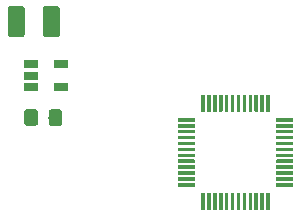
<source format=gbr>
G04 #@! TF.GenerationSoftware,KiCad,Pcbnew,5.1.2-f72e74a~84~ubuntu18.04.1*
G04 #@! TF.CreationDate,2019-07-06T11:59:09+02:00*
G04 #@! TF.ProjectId,loponode,6c6f706f-6e6f-4646-952e-6b696361645f,rev?*
G04 #@! TF.SameCoordinates,Original*
G04 #@! TF.FileFunction,Paste,Top*
G04 #@! TF.FilePolarity,Positive*
%FSLAX46Y46*%
G04 Gerber Fmt 4.6, Leading zero omitted, Abs format (unit mm)*
G04 Created by KiCad (PCBNEW 5.1.2-f72e74a~84~ubuntu18.04.1) date 2019-07-06 11:59:09*
%MOMM*%
%LPD*%
G04 APERTURE LIST*
%ADD10C,0.100000*%
%ADD11C,1.150000*%
%ADD12C,1.425000*%
%ADD13R,1.270000X0.635000*%
%ADD14C,0.300000*%
G04 APERTURE END LIST*
D10*
G36*
X128120505Y-131889204D02*
G01*
X128144773Y-131892804D01*
X128168572Y-131898765D01*
X128191671Y-131907030D01*
X128213850Y-131917520D01*
X128234893Y-131930132D01*
X128254599Y-131944747D01*
X128272777Y-131961223D01*
X128289253Y-131979401D01*
X128303868Y-131999107D01*
X128316480Y-132020150D01*
X128326970Y-132042329D01*
X128335235Y-132065428D01*
X128341196Y-132089227D01*
X128344796Y-132113495D01*
X128346000Y-132137999D01*
X128346000Y-133038001D01*
X128344796Y-133062505D01*
X128341196Y-133086773D01*
X128335235Y-133110572D01*
X128326970Y-133133671D01*
X128316480Y-133155850D01*
X128303868Y-133176893D01*
X128289253Y-133196599D01*
X128272777Y-133214777D01*
X128254599Y-133231253D01*
X128234893Y-133245868D01*
X128213850Y-133258480D01*
X128191671Y-133268970D01*
X128168572Y-133277235D01*
X128144773Y-133283196D01*
X128120505Y-133286796D01*
X128096001Y-133288000D01*
X127445999Y-133288000D01*
X127421495Y-133286796D01*
X127397227Y-133283196D01*
X127373428Y-133277235D01*
X127350329Y-133268970D01*
X127328150Y-133258480D01*
X127307107Y-133245868D01*
X127287401Y-133231253D01*
X127269223Y-133214777D01*
X127252747Y-133196599D01*
X127238132Y-133176893D01*
X127225520Y-133155850D01*
X127215030Y-133133671D01*
X127206765Y-133110572D01*
X127200804Y-133086773D01*
X127197204Y-133062505D01*
X127196000Y-133038001D01*
X127196000Y-132137999D01*
X127197204Y-132113495D01*
X127200804Y-132089227D01*
X127206765Y-132065428D01*
X127215030Y-132042329D01*
X127225520Y-132020150D01*
X127238132Y-131999107D01*
X127252747Y-131979401D01*
X127269223Y-131961223D01*
X127287401Y-131944747D01*
X127307107Y-131930132D01*
X127328150Y-131917520D01*
X127350329Y-131907030D01*
X127373428Y-131898765D01*
X127397227Y-131892804D01*
X127421495Y-131889204D01*
X127445999Y-131888000D01*
X128096001Y-131888000D01*
X128120505Y-131889204D01*
X128120505Y-131889204D01*
G37*
D11*
X127771000Y-132588000D03*
D10*
G36*
X126070505Y-131889204D02*
G01*
X126094773Y-131892804D01*
X126118572Y-131898765D01*
X126141671Y-131907030D01*
X126163850Y-131917520D01*
X126184893Y-131930132D01*
X126204599Y-131944747D01*
X126222777Y-131961223D01*
X126239253Y-131979401D01*
X126253868Y-131999107D01*
X126266480Y-132020150D01*
X126276970Y-132042329D01*
X126285235Y-132065428D01*
X126291196Y-132089227D01*
X126294796Y-132113495D01*
X126296000Y-132137999D01*
X126296000Y-133038001D01*
X126294796Y-133062505D01*
X126291196Y-133086773D01*
X126285235Y-133110572D01*
X126276970Y-133133671D01*
X126266480Y-133155850D01*
X126253868Y-133176893D01*
X126239253Y-133196599D01*
X126222777Y-133214777D01*
X126204599Y-133231253D01*
X126184893Y-133245868D01*
X126163850Y-133258480D01*
X126141671Y-133268970D01*
X126118572Y-133277235D01*
X126094773Y-133283196D01*
X126070505Y-133286796D01*
X126046001Y-133288000D01*
X125395999Y-133288000D01*
X125371495Y-133286796D01*
X125347227Y-133283196D01*
X125323428Y-133277235D01*
X125300329Y-133268970D01*
X125278150Y-133258480D01*
X125257107Y-133245868D01*
X125237401Y-133231253D01*
X125219223Y-133214777D01*
X125202747Y-133196599D01*
X125188132Y-133176893D01*
X125175520Y-133155850D01*
X125165030Y-133133671D01*
X125156765Y-133110572D01*
X125150804Y-133086773D01*
X125147204Y-133062505D01*
X125146000Y-133038001D01*
X125146000Y-132137999D01*
X125147204Y-132113495D01*
X125150804Y-132089227D01*
X125156765Y-132065428D01*
X125165030Y-132042329D01*
X125175520Y-132020150D01*
X125188132Y-131999107D01*
X125202747Y-131979401D01*
X125219223Y-131961223D01*
X125237401Y-131944747D01*
X125257107Y-131930132D01*
X125278150Y-131917520D01*
X125300329Y-131907030D01*
X125323428Y-131898765D01*
X125347227Y-131892804D01*
X125371495Y-131889204D01*
X125395999Y-131888000D01*
X126046001Y-131888000D01*
X126070505Y-131889204D01*
X126070505Y-131889204D01*
G37*
D11*
X125721000Y-132588000D03*
D10*
G36*
X124943804Y-123136204D02*
G01*
X124968073Y-123139804D01*
X124991871Y-123145765D01*
X125014971Y-123154030D01*
X125037149Y-123164520D01*
X125058193Y-123177133D01*
X125077898Y-123191747D01*
X125096077Y-123208223D01*
X125112553Y-123226402D01*
X125127167Y-123246107D01*
X125139780Y-123267151D01*
X125150270Y-123289329D01*
X125158535Y-123312429D01*
X125164496Y-123336227D01*
X125168096Y-123360496D01*
X125169300Y-123385000D01*
X125169300Y-125535000D01*
X125168096Y-125559504D01*
X125164496Y-125583773D01*
X125158535Y-125607571D01*
X125150270Y-125630671D01*
X125139780Y-125652849D01*
X125127167Y-125673893D01*
X125112553Y-125693598D01*
X125096077Y-125711777D01*
X125077898Y-125728253D01*
X125058193Y-125742867D01*
X125037149Y-125755480D01*
X125014971Y-125765970D01*
X124991871Y-125774235D01*
X124968073Y-125780196D01*
X124943804Y-125783796D01*
X124919300Y-125785000D01*
X123994300Y-125785000D01*
X123969796Y-125783796D01*
X123945527Y-125780196D01*
X123921729Y-125774235D01*
X123898629Y-125765970D01*
X123876451Y-125755480D01*
X123855407Y-125742867D01*
X123835702Y-125728253D01*
X123817523Y-125711777D01*
X123801047Y-125693598D01*
X123786433Y-125673893D01*
X123773820Y-125652849D01*
X123763330Y-125630671D01*
X123755065Y-125607571D01*
X123749104Y-125583773D01*
X123745504Y-125559504D01*
X123744300Y-125535000D01*
X123744300Y-123385000D01*
X123745504Y-123360496D01*
X123749104Y-123336227D01*
X123755065Y-123312429D01*
X123763330Y-123289329D01*
X123773820Y-123267151D01*
X123786433Y-123246107D01*
X123801047Y-123226402D01*
X123817523Y-123208223D01*
X123835702Y-123191747D01*
X123855407Y-123177133D01*
X123876451Y-123164520D01*
X123898629Y-123154030D01*
X123921729Y-123145765D01*
X123945527Y-123139804D01*
X123969796Y-123136204D01*
X123994300Y-123135000D01*
X124919300Y-123135000D01*
X124943804Y-123136204D01*
X124943804Y-123136204D01*
G37*
D12*
X124456800Y-124460000D03*
D10*
G36*
X127918804Y-123136204D02*
G01*
X127943073Y-123139804D01*
X127966871Y-123145765D01*
X127989971Y-123154030D01*
X128012149Y-123164520D01*
X128033193Y-123177133D01*
X128052898Y-123191747D01*
X128071077Y-123208223D01*
X128087553Y-123226402D01*
X128102167Y-123246107D01*
X128114780Y-123267151D01*
X128125270Y-123289329D01*
X128133535Y-123312429D01*
X128139496Y-123336227D01*
X128143096Y-123360496D01*
X128144300Y-123385000D01*
X128144300Y-125535000D01*
X128143096Y-125559504D01*
X128139496Y-125583773D01*
X128133535Y-125607571D01*
X128125270Y-125630671D01*
X128114780Y-125652849D01*
X128102167Y-125673893D01*
X128087553Y-125693598D01*
X128071077Y-125711777D01*
X128052898Y-125728253D01*
X128033193Y-125742867D01*
X128012149Y-125755480D01*
X127989971Y-125765970D01*
X127966871Y-125774235D01*
X127943073Y-125780196D01*
X127918804Y-125783796D01*
X127894300Y-125785000D01*
X126969300Y-125785000D01*
X126944796Y-125783796D01*
X126920527Y-125780196D01*
X126896729Y-125774235D01*
X126873629Y-125765970D01*
X126851451Y-125755480D01*
X126830407Y-125742867D01*
X126810702Y-125728253D01*
X126792523Y-125711777D01*
X126776047Y-125693598D01*
X126761433Y-125673893D01*
X126748820Y-125652849D01*
X126738330Y-125630671D01*
X126730065Y-125607571D01*
X126724104Y-125583773D01*
X126720504Y-125559504D01*
X126719300Y-125535000D01*
X126719300Y-123385000D01*
X126720504Y-123360496D01*
X126724104Y-123336227D01*
X126730065Y-123312429D01*
X126738330Y-123289329D01*
X126748820Y-123267151D01*
X126761433Y-123246107D01*
X126776047Y-123226402D01*
X126792523Y-123208223D01*
X126810702Y-123191747D01*
X126830407Y-123177133D01*
X126851451Y-123164520D01*
X126873629Y-123154030D01*
X126896729Y-123145765D01*
X126920527Y-123139804D01*
X126944796Y-123136204D01*
X126969300Y-123135000D01*
X127894300Y-123135000D01*
X127918804Y-123136204D01*
X127918804Y-123136204D01*
G37*
D12*
X127431800Y-124460000D03*
D13*
X125745000Y-128082000D03*
X125745000Y-129032000D03*
X125745000Y-129982000D03*
X128255000Y-129982000D03*
X128255000Y-128082000D03*
D10*
G36*
X145862351Y-130637861D02*
G01*
X145869632Y-130638941D01*
X145876771Y-130640729D01*
X145883701Y-130643209D01*
X145890355Y-130646356D01*
X145896668Y-130650140D01*
X145902579Y-130654524D01*
X145908033Y-130659467D01*
X145912976Y-130664921D01*
X145917360Y-130670832D01*
X145921144Y-130677145D01*
X145924291Y-130683799D01*
X145926771Y-130690729D01*
X145928559Y-130697868D01*
X145929639Y-130705149D01*
X145930000Y-130712500D01*
X145930000Y-132037500D01*
X145929639Y-132044851D01*
X145928559Y-132052132D01*
X145926771Y-132059271D01*
X145924291Y-132066201D01*
X145921144Y-132072855D01*
X145917360Y-132079168D01*
X145912976Y-132085079D01*
X145908033Y-132090533D01*
X145902579Y-132095476D01*
X145896668Y-132099860D01*
X145890355Y-132103644D01*
X145883701Y-132106791D01*
X145876771Y-132109271D01*
X145869632Y-132111059D01*
X145862351Y-132112139D01*
X145855000Y-132112500D01*
X145705000Y-132112500D01*
X145697649Y-132112139D01*
X145690368Y-132111059D01*
X145683229Y-132109271D01*
X145676299Y-132106791D01*
X145669645Y-132103644D01*
X145663332Y-132099860D01*
X145657421Y-132095476D01*
X145651967Y-132090533D01*
X145647024Y-132085079D01*
X145642640Y-132079168D01*
X145638856Y-132072855D01*
X145635709Y-132066201D01*
X145633229Y-132059271D01*
X145631441Y-132052132D01*
X145630361Y-132044851D01*
X145630000Y-132037500D01*
X145630000Y-130712500D01*
X145630361Y-130705149D01*
X145631441Y-130697868D01*
X145633229Y-130690729D01*
X145635709Y-130683799D01*
X145638856Y-130677145D01*
X145642640Y-130670832D01*
X145647024Y-130664921D01*
X145651967Y-130659467D01*
X145657421Y-130654524D01*
X145663332Y-130650140D01*
X145669645Y-130646356D01*
X145676299Y-130643209D01*
X145683229Y-130640729D01*
X145690368Y-130638941D01*
X145697649Y-130637861D01*
X145705000Y-130637500D01*
X145855000Y-130637500D01*
X145862351Y-130637861D01*
X145862351Y-130637861D01*
G37*
D14*
X145780000Y-131375000D03*
D10*
G36*
X145362351Y-130637861D02*
G01*
X145369632Y-130638941D01*
X145376771Y-130640729D01*
X145383701Y-130643209D01*
X145390355Y-130646356D01*
X145396668Y-130650140D01*
X145402579Y-130654524D01*
X145408033Y-130659467D01*
X145412976Y-130664921D01*
X145417360Y-130670832D01*
X145421144Y-130677145D01*
X145424291Y-130683799D01*
X145426771Y-130690729D01*
X145428559Y-130697868D01*
X145429639Y-130705149D01*
X145430000Y-130712500D01*
X145430000Y-132037500D01*
X145429639Y-132044851D01*
X145428559Y-132052132D01*
X145426771Y-132059271D01*
X145424291Y-132066201D01*
X145421144Y-132072855D01*
X145417360Y-132079168D01*
X145412976Y-132085079D01*
X145408033Y-132090533D01*
X145402579Y-132095476D01*
X145396668Y-132099860D01*
X145390355Y-132103644D01*
X145383701Y-132106791D01*
X145376771Y-132109271D01*
X145369632Y-132111059D01*
X145362351Y-132112139D01*
X145355000Y-132112500D01*
X145205000Y-132112500D01*
X145197649Y-132112139D01*
X145190368Y-132111059D01*
X145183229Y-132109271D01*
X145176299Y-132106791D01*
X145169645Y-132103644D01*
X145163332Y-132099860D01*
X145157421Y-132095476D01*
X145151967Y-132090533D01*
X145147024Y-132085079D01*
X145142640Y-132079168D01*
X145138856Y-132072855D01*
X145135709Y-132066201D01*
X145133229Y-132059271D01*
X145131441Y-132052132D01*
X145130361Y-132044851D01*
X145130000Y-132037500D01*
X145130000Y-130712500D01*
X145130361Y-130705149D01*
X145131441Y-130697868D01*
X145133229Y-130690729D01*
X145135709Y-130683799D01*
X145138856Y-130677145D01*
X145142640Y-130670832D01*
X145147024Y-130664921D01*
X145151967Y-130659467D01*
X145157421Y-130654524D01*
X145163332Y-130650140D01*
X145169645Y-130646356D01*
X145176299Y-130643209D01*
X145183229Y-130640729D01*
X145190368Y-130638941D01*
X145197649Y-130637861D01*
X145205000Y-130637500D01*
X145355000Y-130637500D01*
X145362351Y-130637861D01*
X145362351Y-130637861D01*
G37*
D14*
X145280000Y-131375000D03*
D10*
G36*
X144862351Y-130637861D02*
G01*
X144869632Y-130638941D01*
X144876771Y-130640729D01*
X144883701Y-130643209D01*
X144890355Y-130646356D01*
X144896668Y-130650140D01*
X144902579Y-130654524D01*
X144908033Y-130659467D01*
X144912976Y-130664921D01*
X144917360Y-130670832D01*
X144921144Y-130677145D01*
X144924291Y-130683799D01*
X144926771Y-130690729D01*
X144928559Y-130697868D01*
X144929639Y-130705149D01*
X144930000Y-130712500D01*
X144930000Y-132037500D01*
X144929639Y-132044851D01*
X144928559Y-132052132D01*
X144926771Y-132059271D01*
X144924291Y-132066201D01*
X144921144Y-132072855D01*
X144917360Y-132079168D01*
X144912976Y-132085079D01*
X144908033Y-132090533D01*
X144902579Y-132095476D01*
X144896668Y-132099860D01*
X144890355Y-132103644D01*
X144883701Y-132106791D01*
X144876771Y-132109271D01*
X144869632Y-132111059D01*
X144862351Y-132112139D01*
X144855000Y-132112500D01*
X144705000Y-132112500D01*
X144697649Y-132112139D01*
X144690368Y-132111059D01*
X144683229Y-132109271D01*
X144676299Y-132106791D01*
X144669645Y-132103644D01*
X144663332Y-132099860D01*
X144657421Y-132095476D01*
X144651967Y-132090533D01*
X144647024Y-132085079D01*
X144642640Y-132079168D01*
X144638856Y-132072855D01*
X144635709Y-132066201D01*
X144633229Y-132059271D01*
X144631441Y-132052132D01*
X144630361Y-132044851D01*
X144630000Y-132037500D01*
X144630000Y-130712500D01*
X144630361Y-130705149D01*
X144631441Y-130697868D01*
X144633229Y-130690729D01*
X144635709Y-130683799D01*
X144638856Y-130677145D01*
X144642640Y-130670832D01*
X144647024Y-130664921D01*
X144651967Y-130659467D01*
X144657421Y-130654524D01*
X144663332Y-130650140D01*
X144669645Y-130646356D01*
X144676299Y-130643209D01*
X144683229Y-130640729D01*
X144690368Y-130638941D01*
X144697649Y-130637861D01*
X144705000Y-130637500D01*
X144855000Y-130637500D01*
X144862351Y-130637861D01*
X144862351Y-130637861D01*
G37*
D14*
X144780000Y-131375000D03*
D10*
G36*
X144362351Y-130637861D02*
G01*
X144369632Y-130638941D01*
X144376771Y-130640729D01*
X144383701Y-130643209D01*
X144390355Y-130646356D01*
X144396668Y-130650140D01*
X144402579Y-130654524D01*
X144408033Y-130659467D01*
X144412976Y-130664921D01*
X144417360Y-130670832D01*
X144421144Y-130677145D01*
X144424291Y-130683799D01*
X144426771Y-130690729D01*
X144428559Y-130697868D01*
X144429639Y-130705149D01*
X144430000Y-130712500D01*
X144430000Y-132037500D01*
X144429639Y-132044851D01*
X144428559Y-132052132D01*
X144426771Y-132059271D01*
X144424291Y-132066201D01*
X144421144Y-132072855D01*
X144417360Y-132079168D01*
X144412976Y-132085079D01*
X144408033Y-132090533D01*
X144402579Y-132095476D01*
X144396668Y-132099860D01*
X144390355Y-132103644D01*
X144383701Y-132106791D01*
X144376771Y-132109271D01*
X144369632Y-132111059D01*
X144362351Y-132112139D01*
X144355000Y-132112500D01*
X144205000Y-132112500D01*
X144197649Y-132112139D01*
X144190368Y-132111059D01*
X144183229Y-132109271D01*
X144176299Y-132106791D01*
X144169645Y-132103644D01*
X144163332Y-132099860D01*
X144157421Y-132095476D01*
X144151967Y-132090533D01*
X144147024Y-132085079D01*
X144142640Y-132079168D01*
X144138856Y-132072855D01*
X144135709Y-132066201D01*
X144133229Y-132059271D01*
X144131441Y-132052132D01*
X144130361Y-132044851D01*
X144130000Y-132037500D01*
X144130000Y-130712500D01*
X144130361Y-130705149D01*
X144131441Y-130697868D01*
X144133229Y-130690729D01*
X144135709Y-130683799D01*
X144138856Y-130677145D01*
X144142640Y-130670832D01*
X144147024Y-130664921D01*
X144151967Y-130659467D01*
X144157421Y-130654524D01*
X144163332Y-130650140D01*
X144169645Y-130646356D01*
X144176299Y-130643209D01*
X144183229Y-130640729D01*
X144190368Y-130638941D01*
X144197649Y-130637861D01*
X144205000Y-130637500D01*
X144355000Y-130637500D01*
X144362351Y-130637861D01*
X144362351Y-130637861D01*
G37*
D14*
X144280000Y-131375000D03*
D10*
G36*
X143862351Y-130637861D02*
G01*
X143869632Y-130638941D01*
X143876771Y-130640729D01*
X143883701Y-130643209D01*
X143890355Y-130646356D01*
X143896668Y-130650140D01*
X143902579Y-130654524D01*
X143908033Y-130659467D01*
X143912976Y-130664921D01*
X143917360Y-130670832D01*
X143921144Y-130677145D01*
X143924291Y-130683799D01*
X143926771Y-130690729D01*
X143928559Y-130697868D01*
X143929639Y-130705149D01*
X143930000Y-130712500D01*
X143930000Y-132037500D01*
X143929639Y-132044851D01*
X143928559Y-132052132D01*
X143926771Y-132059271D01*
X143924291Y-132066201D01*
X143921144Y-132072855D01*
X143917360Y-132079168D01*
X143912976Y-132085079D01*
X143908033Y-132090533D01*
X143902579Y-132095476D01*
X143896668Y-132099860D01*
X143890355Y-132103644D01*
X143883701Y-132106791D01*
X143876771Y-132109271D01*
X143869632Y-132111059D01*
X143862351Y-132112139D01*
X143855000Y-132112500D01*
X143705000Y-132112500D01*
X143697649Y-132112139D01*
X143690368Y-132111059D01*
X143683229Y-132109271D01*
X143676299Y-132106791D01*
X143669645Y-132103644D01*
X143663332Y-132099860D01*
X143657421Y-132095476D01*
X143651967Y-132090533D01*
X143647024Y-132085079D01*
X143642640Y-132079168D01*
X143638856Y-132072855D01*
X143635709Y-132066201D01*
X143633229Y-132059271D01*
X143631441Y-132052132D01*
X143630361Y-132044851D01*
X143630000Y-132037500D01*
X143630000Y-130712500D01*
X143630361Y-130705149D01*
X143631441Y-130697868D01*
X143633229Y-130690729D01*
X143635709Y-130683799D01*
X143638856Y-130677145D01*
X143642640Y-130670832D01*
X143647024Y-130664921D01*
X143651967Y-130659467D01*
X143657421Y-130654524D01*
X143663332Y-130650140D01*
X143669645Y-130646356D01*
X143676299Y-130643209D01*
X143683229Y-130640729D01*
X143690368Y-130638941D01*
X143697649Y-130637861D01*
X143705000Y-130637500D01*
X143855000Y-130637500D01*
X143862351Y-130637861D01*
X143862351Y-130637861D01*
G37*
D14*
X143780000Y-131375000D03*
D10*
G36*
X143362351Y-130637861D02*
G01*
X143369632Y-130638941D01*
X143376771Y-130640729D01*
X143383701Y-130643209D01*
X143390355Y-130646356D01*
X143396668Y-130650140D01*
X143402579Y-130654524D01*
X143408033Y-130659467D01*
X143412976Y-130664921D01*
X143417360Y-130670832D01*
X143421144Y-130677145D01*
X143424291Y-130683799D01*
X143426771Y-130690729D01*
X143428559Y-130697868D01*
X143429639Y-130705149D01*
X143430000Y-130712500D01*
X143430000Y-132037500D01*
X143429639Y-132044851D01*
X143428559Y-132052132D01*
X143426771Y-132059271D01*
X143424291Y-132066201D01*
X143421144Y-132072855D01*
X143417360Y-132079168D01*
X143412976Y-132085079D01*
X143408033Y-132090533D01*
X143402579Y-132095476D01*
X143396668Y-132099860D01*
X143390355Y-132103644D01*
X143383701Y-132106791D01*
X143376771Y-132109271D01*
X143369632Y-132111059D01*
X143362351Y-132112139D01*
X143355000Y-132112500D01*
X143205000Y-132112500D01*
X143197649Y-132112139D01*
X143190368Y-132111059D01*
X143183229Y-132109271D01*
X143176299Y-132106791D01*
X143169645Y-132103644D01*
X143163332Y-132099860D01*
X143157421Y-132095476D01*
X143151967Y-132090533D01*
X143147024Y-132085079D01*
X143142640Y-132079168D01*
X143138856Y-132072855D01*
X143135709Y-132066201D01*
X143133229Y-132059271D01*
X143131441Y-132052132D01*
X143130361Y-132044851D01*
X143130000Y-132037500D01*
X143130000Y-130712500D01*
X143130361Y-130705149D01*
X143131441Y-130697868D01*
X143133229Y-130690729D01*
X143135709Y-130683799D01*
X143138856Y-130677145D01*
X143142640Y-130670832D01*
X143147024Y-130664921D01*
X143151967Y-130659467D01*
X143157421Y-130654524D01*
X143163332Y-130650140D01*
X143169645Y-130646356D01*
X143176299Y-130643209D01*
X143183229Y-130640729D01*
X143190368Y-130638941D01*
X143197649Y-130637861D01*
X143205000Y-130637500D01*
X143355000Y-130637500D01*
X143362351Y-130637861D01*
X143362351Y-130637861D01*
G37*
D14*
X143280000Y-131375000D03*
D10*
G36*
X142862351Y-130637861D02*
G01*
X142869632Y-130638941D01*
X142876771Y-130640729D01*
X142883701Y-130643209D01*
X142890355Y-130646356D01*
X142896668Y-130650140D01*
X142902579Y-130654524D01*
X142908033Y-130659467D01*
X142912976Y-130664921D01*
X142917360Y-130670832D01*
X142921144Y-130677145D01*
X142924291Y-130683799D01*
X142926771Y-130690729D01*
X142928559Y-130697868D01*
X142929639Y-130705149D01*
X142930000Y-130712500D01*
X142930000Y-132037500D01*
X142929639Y-132044851D01*
X142928559Y-132052132D01*
X142926771Y-132059271D01*
X142924291Y-132066201D01*
X142921144Y-132072855D01*
X142917360Y-132079168D01*
X142912976Y-132085079D01*
X142908033Y-132090533D01*
X142902579Y-132095476D01*
X142896668Y-132099860D01*
X142890355Y-132103644D01*
X142883701Y-132106791D01*
X142876771Y-132109271D01*
X142869632Y-132111059D01*
X142862351Y-132112139D01*
X142855000Y-132112500D01*
X142705000Y-132112500D01*
X142697649Y-132112139D01*
X142690368Y-132111059D01*
X142683229Y-132109271D01*
X142676299Y-132106791D01*
X142669645Y-132103644D01*
X142663332Y-132099860D01*
X142657421Y-132095476D01*
X142651967Y-132090533D01*
X142647024Y-132085079D01*
X142642640Y-132079168D01*
X142638856Y-132072855D01*
X142635709Y-132066201D01*
X142633229Y-132059271D01*
X142631441Y-132052132D01*
X142630361Y-132044851D01*
X142630000Y-132037500D01*
X142630000Y-130712500D01*
X142630361Y-130705149D01*
X142631441Y-130697868D01*
X142633229Y-130690729D01*
X142635709Y-130683799D01*
X142638856Y-130677145D01*
X142642640Y-130670832D01*
X142647024Y-130664921D01*
X142651967Y-130659467D01*
X142657421Y-130654524D01*
X142663332Y-130650140D01*
X142669645Y-130646356D01*
X142676299Y-130643209D01*
X142683229Y-130640729D01*
X142690368Y-130638941D01*
X142697649Y-130637861D01*
X142705000Y-130637500D01*
X142855000Y-130637500D01*
X142862351Y-130637861D01*
X142862351Y-130637861D01*
G37*
D14*
X142780000Y-131375000D03*
D10*
G36*
X142362351Y-130637861D02*
G01*
X142369632Y-130638941D01*
X142376771Y-130640729D01*
X142383701Y-130643209D01*
X142390355Y-130646356D01*
X142396668Y-130650140D01*
X142402579Y-130654524D01*
X142408033Y-130659467D01*
X142412976Y-130664921D01*
X142417360Y-130670832D01*
X142421144Y-130677145D01*
X142424291Y-130683799D01*
X142426771Y-130690729D01*
X142428559Y-130697868D01*
X142429639Y-130705149D01*
X142430000Y-130712500D01*
X142430000Y-132037500D01*
X142429639Y-132044851D01*
X142428559Y-132052132D01*
X142426771Y-132059271D01*
X142424291Y-132066201D01*
X142421144Y-132072855D01*
X142417360Y-132079168D01*
X142412976Y-132085079D01*
X142408033Y-132090533D01*
X142402579Y-132095476D01*
X142396668Y-132099860D01*
X142390355Y-132103644D01*
X142383701Y-132106791D01*
X142376771Y-132109271D01*
X142369632Y-132111059D01*
X142362351Y-132112139D01*
X142355000Y-132112500D01*
X142205000Y-132112500D01*
X142197649Y-132112139D01*
X142190368Y-132111059D01*
X142183229Y-132109271D01*
X142176299Y-132106791D01*
X142169645Y-132103644D01*
X142163332Y-132099860D01*
X142157421Y-132095476D01*
X142151967Y-132090533D01*
X142147024Y-132085079D01*
X142142640Y-132079168D01*
X142138856Y-132072855D01*
X142135709Y-132066201D01*
X142133229Y-132059271D01*
X142131441Y-132052132D01*
X142130361Y-132044851D01*
X142130000Y-132037500D01*
X142130000Y-130712500D01*
X142130361Y-130705149D01*
X142131441Y-130697868D01*
X142133229Y-130690729D01*
X142135709Y-130683799D01*
X142138856Y-130677145D01*
X142142640Y-130670832D01*
X142147024Y-130664921D01*
X142151967Y-130659467D01*
X142157421Y-130654524D01*
X142163332Y-130650140D01*
X142169645Y-130646356D01*
X142176299Y-130643209D01*
X142183229Y-130640729D01*
X142190368Y-130638941D01*
X142197649Y-130637861D01*
X142205000Y-130637500D01*
X142355000Y-130637500D01*
X142362351Y-130637861D01*
X142362351Y-130637861D01*
G37*
D14*
X142280000Y-131375000D03*
D10*
G36*
X141862351Y-130637861D02*
G01*
X141869632Y-130638941D01*
X141876771Y-130640729D01*
X141883701Y-130643209D01*
X141890355Y-130646356D01*
X141896668Y-130650140D01*
X141902579Y-130654524D01*
X141908033Y-130659467D01*
X141912976Y-130664921D01*
X141917360Y-130670832D01*
X141921144Y-130677145D01*
X141924291Y-130683799D01*
X141926771Y-130690729D01*
X141928559Y-130697868D01*
X141929639Y-130705149D01*
X141930000Y-130712500D01*
X141930000Y-132037500D01*
X141929639Y-132044851D01*
X141928559Y-132052132D01*
X141926771Y-132059271D01*
X141924291Y-132066201D01*
X141921144Y-132072855D01*
X141917360Y-132079168D01*
X141912976Y-132085079D01*
X141908033Y-132090533D01*
X141902579Y-132095476D01*
X141896668Y-132099860D01*
X141890355Y-132103644D01*
X141883701Y-132106791D01*
X141876771Y-132109271D01*
X141869632Y-132111059D01*
X141862351Y-132112139D01*
X141855000Y-132112500D01*
X141705000Y-132112500D01*
X141697649Y-132112139D01*
X141690368Y-132111059D01*
X141683229Y-132109271D01*
X141676299Y-132106791D01*
X141669645Y-132103644D01*
X141663332Y-132099860D01*
X141657421Y-132095476D01*
X141651967Y-132090533D01*
X141647024Y-132085079D01*
X141642640Y-132079168D01*
X141638856Y-132072855D01*
X141635709Y-132066201D01*
X141633229Y-132059271D01*
X141631441Y-132052132D01*
X141630361Y-132044851D01*
X141630000Y-132037500D01*
X141630000Y-130712500D01*
X141630361Y-130705149D01*
X141631441Y-130697868D01*
X141633229Y-130690729D01*
X141635709Y-130683799D01*
X141638856Y-130677145D01*
X141642640Y-130670832D01*
X141647024Y-130664921D01*
X141651967Y-130659467D01*
X141657421Y-130654524D01*
X141663332Y-130650140D01*
X141669645Y-130646356D01*
X141676299Y-130643209D01*
X141683229Y-130640729D01*
X141690368Y-130638941D01*
X141697649Y-130637861D01*
X141705000Y-130637500D01*
X141855000Y-130637500D01*
X141862351Y-130637861D01*
X141862351Y-130637861D01*
G37*
D14*
X141780000Y-131375000D03*
D10*
G36*
X141362351Y-130637861D02*
G01*
X141369632Y-130638941D01*
X141376771Y-130640729D01*
X141383701Y-130643209D01*
X141390355Y-130646356D01*
X141396668Y-130650140D01*
X141402579Y-130654524D01*
X141408033Y-130659467D01*
X141412976Y-130664921D01*
X141417360Y-130670832D01*
X141421144Y-130677145D01*
X141424291Y-130683799D01*
X141426771Y-130690729D01*
X141428559Y-130697868D01*
X141429639Y-130705149D01*
X141430000Y-130712500D01*
X141430000Y-132037500D01*
X141429639Y-132044851D01*
X141428559Y-132052132D01*
X141426771Y-132059271D01*
X141424291Y-132066201D01*
X141421144Y-132072855D01*
X141417360Y-132079168D01*
X141412976Y-132085079D01*
X141408033Y-132090533D01*
X141402579Y-132095476D01*
X141396668Y-132099860D01*
X141390355Y-132103644D01*
X141383701Y-132106791D01*
X141376771Y-132109271D01*
X141369632Y-132111059D01*
X141362351Y-132112139D01*
X141355000Y-132112500D01*
X141205000Y-132112500D01*
X141197649Y-132112139D01*
X141190368Y-132111059D01*
X141183229Y-132109271D01*
X141176299Y-132106791D01*
X141169645Y-132103644D01*
X141163332Y-132099860D01*
X141157421Y-132095476D01*
X141151967Y-132090533D01*
X141147024Y-132085079D01*
X141142640Y-132079168D01*
X141138856Y-132072855D01*
X141135709Y-132066201D01*
X141133229Y-132059271D01*
X141131441Y-132052132D01*
X141130361Y-132044851D01*
X141130000Y-132037500D01*
X141130000Y-130712500D01*
X141130361Y-130705149D01*
X141131441Y-130697868D01*
X141133229Y-130690729D01*
X141135709Y-130683799D01*
X141138856Y-130677145D01*
X141142640Y-130670832D01*
X141147024Y-130664921D01*
X141151967Y-130659467D01*
X141157421Y-130654524D01*
X141163332Y-130650140D01*
X141169645Y-130646356D01*
X141176299Y-130643209D01*
X141183229Y-130640729D01*
X141190368Y-130638941D01*
X141197649Y-130637861D01*
X141205000Y-130637500D01*
X141355000Y-130637500D01*
X141362351Y-130637861D01*
X141362351Y-130637861D01*
G37*
D14*
X141280000Y-131375000D03*
D10*
G36*
X140862351Y-130637861D02*
G01*
X140869632Y-130638941D01*
X140876771Y-130640729D01*
X140883701Y-130643209D01*
X140890355Y-130646356D01*
X140896668Y-130650140D01*
X140902579Y-130654524D01*
X140908033Y-130659467D01*
X140912976Y-130664921D01*
X140917360Y-130670832D01*
X140921144Y-130677145D01*
X140924291Y-130683799D01*
X140926771Y-130690729D01*
X140928559Y-130697868D01*
X140929639Y-130705149D01*
X140930000Y-130712500D01*
X140930000Y-132037500D01*
X140929639Y-132044851D01*
X140928559Y-132052132D01*
X140926771Y-132059271D01*
X140924291Y-132066201D01*
X140921144Y-132072855D01*
X140917360Y-132079168D01*
X140912976Y-132085079D01*
X140908033Y-132090533D01*
X140902579Y-132095476D01*
X140896668Y-132099860D01*
X140890355Y-132103644D01*
X140883701Y-132106791D01*
X140876771Y-132109271D01*
X140869632Y-132111059D01*
X140862351Y-132112139D01*
X140855000Y-132112500D01*
X140705000Y-132112500D01*
X140697649Y-132112139D01*
X140690368Y-132111059D01*
X140683229Y-132109271D01*
X140676299Y-132106791D01*
X140669645Y-132103644D01*
X140663332Y-132099860D01*
X140657421Y-132095476D01*
X140651967Y-132090533D01*
X140647024Y-132085079D01*
X140642640Y-132079168D01*
X140638856Y-132072855D01*
X140635709Y-132066201D01*
X140633229Y-132059271D01*
X140631441Y-132052132D01*
X140630361Y-132044851D01*
X140630000Y-132037500D01*
X140630000Y-130712500D01*
X140630361Y-130705149D01*
X140631441Y-130697868D01*
X140633229Y-130690729D01*
X140635709Y-130683799D01*
X140638856Y-130677145D01*
X140642640Y-130670832D01*
X140647024Y-130664921D01*
X140651967Y-130659467D01*
X140657421Y-130654524D01*
X140663332Y-130650140D01*
X140669645Y-130646356D01*
X140676299Y-130643209D01*
X140683229Y-130640729D01*
X140690368Y-130638941D01*
X140697649Y-130637861D01*
X140705000Y-130637500D01*
X140855000Y-130637500D01*
X140862351Y-130637861D01*
X140862351Y-130637861D01*
G37*
D14*
X140780000Y-131375000D03*
D10*
G36*
X140362351Y-130637861D02*
G01*
X140369632Y-130638941D01*
X140376771Y-130640729D01*
X140383701Y-130643209D01*
X140390355Y-130646356D01*
X140396668Y-130650140D01*
X140402579Y-130654524D01*
X140408033Y-130659467D01*
X140412976Y-130664921D01*
X140417360Y-130670832D01*
X140421144Y-130677145D01*
X140424291Y-130683799D01*
X140426771Y-130690729D01*
X140428559Y-130697868D01*
X140429639Y-130705149D01*
X140430000Y-130712500D01*
X140430000Y-132037500D01*
X140429639Y-132044851D01*
X140428559Y-132052132D01*
X140426771Y-132059271D01*
X140424291Y-132066201D01*
X140421144Y-132072855D01*
X140417360Y-132079168D01*
X140412976Y-132085079D01*
X140408033Y-132090533D01*
X140402579Y-132095476D01*
X140396668Y-132099860D01*
X140390355Y-132103644D01*
X140383701Y-132106791D01*
X140376771Y-132109271D01*
X140369632Y-132111059D01*
X140362351Y-132112139D01*
X140355000Y-132112500D01*
X140205000Y-132112500D01*
X140197649Y-132112139D01*
X140190368Y-132111059D01*
X140183229Y-132109271D01*
X140176299Y-132106791D01*
X140169645Y-132103644D01*
X140163332Y-132099860D01*
X140157421Y-132095476D01*
X140151967Y-132090533D01*
X140147024Y-132085079D01*
X140142640Y-132079168D01*
X140138856Y-132072855D01*
X140135709Y-132066201D01*
X140133229Y-132059271D01*
X140131441Y-132052132D01*
X140130361Y-132044851D01*
X140130000Y-132037500D01*
X140130000Y-130712500D01*
X140130361Y-130705149D01*
X140131441Y-130697868D01*
X140133229Y-130690729D01*
X140135709Y-130683799D01*
X140138856Y-130677145D01*
X140142640Y-130670832D01*
X140147024Y-130664921D01*
X140151967Y-130659467D01*
X140157421Y-130654524D01*
X140163332Y-130650140D01*
X140169645Y-130646356D01*
X140176299Y-130643209D01*
X140183229Y-130640729D01*
X140190368Y-130638941D01*
X140197649Y-130637861D01*
X140205000Y-130637500D01*
X140355000Y-130637500D01*
X140362351Y-130637861D01*
X140362351Y-130637861D01*
G37*
D14*
X140280000Y-131375000D03*
D10*
G36*
X139537351Y-132637861D02*
G01*
X139544632Y-132638941D01*
X139551771Y-132640729D01*
X139558701Y-132643209D01*
X139565355Y-132646356D01*
X139571668Y-132650140D01*
X139577579Y-132654524D01*
X139583033Y-132659467D01*
X139587976Y-132664921D01*
X139592360Y-132670832D01*
X139596144Y-132677145D01*
X139599291Y-132683799D01*
X139601771Y-132690729D01*
X139603559Y-132697868D01*
X139604639Y-132705149D01*
X139605000Y-132712500D01*
X139605000Y-132862500D01*
X139604639Y-132869851D01*
X139603559Y-132877132D01*
X139601771Y-132884271D01*
X139599291Y-132891201D01*
X139596144Y-132897855D01*
X139592360Y-132904168D01*
X139587976Y-132910079D01*
X139583033Y-132915533D01*
X139577579Y-132920476D01*
X139571668Y-132924860D01*
X139565355Y-132928644D01*
X139558701Y-132931791D01*
X139551771Y-132934271D01*
X139544632Y-132936059D01*
X139537351Y-132937139D01*
X139530000Y-132937500D01*
X138205000Y-132937500D01*
X138197649Y-132937139D01*
X138190368Y-132936059D01*
X138183229Y-132934271D01*
X138176299Y-132931791D01*
X138169645Y-132928644D01*
X138163332Y-132924860D01*
X138157421Y-132920476D01*
X138151967Y-132915533D01*
X138147024Y-132910079D01*
X138142640Y-132904168D01*
X138138856Y-132897855D01*
X138135709Y-132891201D01*
X138133229Y-132884271D01*
X138131441Y-132877132D01*
X138130361Y-132869851D01*
X138130000Y-132862500D01*
X138130000Y-132712500D01*
X138130361Y-132705149D01*
X138131441Y-132697868D01*
X138133229Y-132690729D01*
X138135709Y-132683799D01*
X138138856Y-132677145D01*
X138142640Y-132670832D01*
X138147024Y-132664921D01*
X138151967Y-132659467D01*
X138157421Y-132654524D01*
X138163332Y-132650140D01*
X138169645Y-132646356D01*
X138176299Y-132643209D01*
X138183229Y-132640729D01*
X138190368Y-132638941D01*
X138197649Y-132637861D01*
X138205000Y-132637500D01*
X139530000Y-132637500D01*
X139537351Y-132637861D01*
X139537351Y-132637861D01*
G37*
D14*
X138867500Y-132787500D03*
D10*
G36*
X139537351Y-133137861D02*
G01*
X139544632Y-133138941D01*
X139551771Y-133140729D01*
X139558701Y-133143209D01*
X139565355Y-133146356D01*
X139571668Y-133150140D01*
X139577579Y-133154524D01*
X139583033Y-133159467D01*
X139587976Y-133164921D01*
X139592360Y-133170832D01*
X139596144Y-133177145D01*
X139599291Y-133183799D01*
X139601771Y-133190729D01*
X139603559Y-133197868D01*
X139604639Y-133205149D01*
X139605000Y-133212500D01*
X139605000Y-133362500D01*
X139604639Y-133369851D01*
X139603559Y-133377132D01*
X139601771Y-133384271D01*
X139599291Y-133391201D01*
X139596144Y-133397855D01*
X139592360Y-133404168D01*
X139587976Y-133410079D01*
X139583033Y-133415533D01*
X139577579Y-133420476D01*
X139571668Y-133424860D01*
X139565355Y-133428644D01*
X139558701Y-133431791D01*
X139551771Y-133434271D01*
X139544632Y-133436059D01*
X139537351Y-133437139D01*
X139530000Y-133437500D01*
X138205000Y-133437500D01*
X138197649Y-133437139D01*
X138190368Y-133436059D01*
X138183229Y-133434271D01*
X138176299Y-133431791D01*
X138169645Y-133428644D01*
X138163332Y-133424860D01*
X138157421Y-133420476D01*
X138151967Y-133415533D01*
X138147024Y-133410079D01*
X138142640Y-133404168D01*
X138138856Y-133397855D01*
X138135709Y-133391201D01*
X138133229Y-133384271D01*
X138131441Y-133377132D01*
X138130361Y-133369851D01*
X138130000Y-133362500D01*
X138130000Y-133212500D01*
X138130361Y-133205149D01*
X138131441Y-133197868D01*
X138133229Y-133190729D01*
X138135709Y-133183799D01*
X138138856Y-133177145D01*
X138142640Y-133170832D01*
X138147024Y-133164921D01*
X138151967Y-133159467D01*
X138157421Y-133154524D01*
X138163332Y-133150140D01*
X138169645Y-133146356D01*
X138176299Y-133143209D01*
X138183229Y-133140729D01*
X138190368Y-133138941D01*
X138197649Y-133137861D01*
X138205000Y-133137500D01*
X139530000Y-133137500D01*
X139537351Y-133137861D01*
X139537351Y-133137861D01*
G37*
D14*
X138867500Y-133287500D03*
D10*
G36*
X139537351Y-133637861D02*
G01*
X139544632Y-133638941D01*
X139551771Y-133640729D01*
X139558701Y-133643209D01*
X139565355Y-133646356D01*
X139571668Y-133650140D01*
X139577579Y-133654524D01*
X139583033Y-133659467D01*
X139587976Y-133664921D01*
X139592360Y-133670832D01*
X139596144Y-133677145D01*
X139599291Y-133683799D01*
X139601771Y-133690729D01*
X139603559Y-133697868D01*
X139604639Y-133705149D01*
X139605000Y-133712500D01*
X139605000Y-133862500D01*
X139604639Y-133869851D01*
X139603559Y-133877132D01*
X139601771Y-133884271D01*
X139599291Y-133891201D01*
X139596144Y-133897855D01*
X139592360Y-133904168D01*
X139587976Y-133910079D01*
X139583033Y-133915533D01*
X139577579Y-133920476D01*
X139571668Y-133924860D01*
X139565355Y-133928644D01*
X139558701Y-133931791D01*
X139551771Y-133934271D01*
X139544632Y-133936059D01*
X139537351Y-133937139D01*
X139530000Y-133937500D01*
X138205000Y-133937500D01*
X138197649Y-133937139D01*
X138190368Y-133936059D01*
X138183229Y-133934271D01*
X138176299Y-133931791D01*
X138169645Y-133928644D01*
X138163332Y-133924860D01*
X138157421Y-133920476D01*
X138151967Y-133915533D01*
X138147024Y-133910079D01*
X138142640Y-133904168D01*
X138138856Y-133897855D01*
X138135709Y-133891201D01*
X138133229Y-133884271D01*
X138131441Y-133877132D01*
X138130361Y-133869851D01*
X138130000Y-133862500D01*
X138130000Y-133712500D01*
X138130361Y-133705149D01*
X138131441Y-133697868D01*
X138133229Y-133690729D01*
X138135709Y-133683799D01*
X138138856Y-133677145D01*
X138142640Y-133670832D01*
X138147024Y-133664921D01*
X138151967Y-133659467D01*
X138157421Y-133654524D01*
X138163332Y-133650140D01*
X138169645Y-133646356D01*
X138176299Y-133643209D01*
X138183229Y-133640729D01*
X138190368Y-133638941D01*
X138197649Y-133637861D01*
X138205000Y-133637500D01*
X139530000Y-133637500D01*
X139537351Y-133637861D01*
X139537351Y-133637861D01*
G37*
D14*
X138867500Y-133787500D03*
D10*
G36*
X139537351Y-134137861D02*
G01*
X139544632Y-134138941D01*
X139551771Y-134140729D01*
X139558701Y-134143209D01*
X139565355Y-134146356D01*
X139571668Y-134150140D01*
X139577579Y-134154524D01*
X139583033Y-134159467D01*
X139587976Y-134164921D01*
X139592360Y-134170832D01*
X139596144Y-134177145D01*
X139599291Y-134183799D01*
X139601771Y-134190729D01*
X139603559Y-134197868D01*
X139604639Y-134205149D01*
X139605000Y-134212500D01*
X139605000Y-134362500D01*
X139604639Y-134369851D01*
X139603559Y-134377132D01*
X139601771Y-134384271D01*
X139599291Y-134391201D01*
X139596144Y-134397855D01*
X139592360Y-134404168D01*
X139587976Y-134410079D01*
X139583033Y-134415533D01*
X139577579Y-134420476D01*
X139571668Y-134424860D01*
X139565355Y-134428644D01*
X139558701Y-134431791D01*
X139551771Y-134434271D01*
X139544632Y-134436059D01*
X139537351Y-134437139D01*
X139530000Y-134437500D01*
X138205000Y-134437500D01*
X138197649Y-134437139D01*
X138190368Y-134436059D01*
X138183229Y-134434271D01*
X138176299Y-134431791D01*
X138169645Y-134428644D01*
X138163332Y-134424860D01*
X138157421Y-134420476D01*
X138151967Y-134415533D01*
X138147024Y-134410079D01*
X138142640Y-134404168D01*
X138138856Y-134397855D01*
X138135709Y-134391201D01*
X138133229Y-134384271D01*
X138131441Y-134377132D01*
X138130361Y-134369851D01*
X138130000Y-134362500D01*
X138130000Y-134212500D01*
X138130361Y-134205149D01*
X138131441Y-134197868D01*
X138133229Y-134190729D01*
X138135709Y-134183799D01*
X138138856Y-134177145D01*
X138142640Y-134170832D01*
X138147024Y-134164921D01*
X138151967Y-134159467D01*
X138157421Y-134154524D01*
X138163332Y-134150140D01*
X138169645Y-134146356D01*
X138176299Y-134143209D01*
X138183229Y-134140729D01*
X138190368Y-134138941D01*
X138197649Y-134137861D01*
X138205000Y-134137500D01*
X139530000Y-134137500D01*
X139537351Y-134137861D01*
X139537351Y-134137861D01*
G37*
D14*
X138867500Y-134287500D03*
D10*
G36*
X139537351Y-134637861D02*
G01*
X139544632Y-134638941D01*
X139551771Y-134640729D01*
X139558701Y-134643209D01*
X139565355Y-134646356D01*
X139571668Y-134650140D01*
X139577579Y-134654524D01*
X139583033Y-134659467D01*
X139587976Y-134664921D01*
X139592360Y-134670832D01*
X139596144Y-134677145D01*
X139599291Y-134683799D01*
X139601771Y-134690729D01*
X139603559Y-134697868D01*
X139604639Y-134705149D01*
X139605000Y-134712500D01*
X139605000Y-134862500D01*
X139604639Y-134869851D01*
X139603559Y-134877132D01*
X139601771Y-134884271D01*
X139599291Y-134891201D01*
X139596144Y-134897855D01*
X139592360Y-134904168D01*
X139587976Y-134910079D01*
X139583033Y-134915533D01*
X139577579Y-134920476D01*
X139571668Y-134924860D01*
X139565355Y-134928644D01*
X139558701Y-134931791D01*
X139551771Y-134934271D01*
X139544632Y-134936059D01*
X139537351Y-134937139D01*
X139530000Y-134937500D01*
X138205000Y-134937500D01*
X138197649Y-134937139D01*
X138190368Y-134936059D01*
X138183229Y-134934271D01*
X138176299Y-134931791D01*
X138169645Y-134928644D01*
X138163332Y-134924860D01*
X138157421Y-134920476D01*
X138151967Y-134915533D01*
X138147024Y-134910079D01*
X138142640Y-134904168D01*
X138138856Y-134897855D01*
X138135709Y-134891201D01*
X138133229Y-134884271D01*
X138131441Y-134877132D01*
X138130361Y-134869851D01*
X138130000Y-134862500D01*
X138130000Y-134712500D01*
X138130361Y-134705149D01*
X138131441Y-134697868D01*
X138133229Y-134690729D01*
X138135709Y-134683799D01*
X138138856Y-134677145D01*
X138142640Y-134670832D01*
X138147024Y-134664921D01*
X138151967Y-134659467D01*
X138157421Y-134654524D01*
X138163332Y-134650140D01*
X138169645Y-134646356D01*
X138176299Y-134643209D01*
X138183229Y-134640729D01*
X138190368Y-134638941D01*
X138197649Y-134637861D01*
X138205000Y-134637500D01*
X139530000Y-134637500D01*
X139537351Y-134637861D01*
X139537351Y-134637861D01*
G37*
D14*
X138867500Y-134787500D03*
D10*
G36*
X139537351Y-135137861D02*
G01*
X139544632Y-135138941D01*
X139551771Y-135140729D01*
X139558701Y-135143209D01*
X139565355Y-135146356D01*
X139571668Y-135150140D01*
X139577579Y-135154524D01*
X139583033Y-135159467D01*
X139587976Y-135164921D01*
X139592360Y-135170832D01*
X139596144Y-135177145D01*
X139599291Y-135183799D01*
X139601771Y-135190729D01*
X139603559Y-135197868D01*
X139604639Y-135205149D01*
X139605000Y-135212500D01*
X139605000Y-135362500D01*
X139604639Y-135369851D01*
X139603559Y-135377132D01*
X139601771Y-135384271D01*
X139599291Y-135391201D01*
X139596144Y-135397855D01*
X139592360Y-135404168D01*
X139587976Y-135410079D01*
X139583033Y-135415533D01*
X139577579Y-135420476D01*
X139571668Y-135424860D01*
X139565355Y-135428644D01*
X139558701Y-135431791D01*
X139551771Y-135434271D01*
X139544632Y-135436059D01*
X139537351Y-135437139D01*
X139530000Y-135437500D01*
X138205000Y-135437500D01*
X138197649Y-135437139D01*
X138190368Y-135436059D01*
X138183229Y-135434271D01*
X138176299Y-135431791D01*
X138169645Y-135428644D01*
X138163332Y-135424860D01*
X138157421Y-135420476D01*
X138151967Y-135415533D01*
X138147024Y-135410079D01*
X138142640Y-135404168D01*
X138138856Y-135397855D01*
X138135709Y-135391201D01*
X138133229Y-135384271D01*
X138131441Y-135377132D01*
X138130361Y-135369851D01*
X138130000Y-135362500D01*
X138130000Y-135212500D01*
X138130361Y-135205149D01*
X138131441Y-135197868D01*
X138133229Y-135190729D01*
X138135709Y-135183799D01*
X138138856Y-135177145D01*
X138142640Y-135170832D01*
X138147024Y-135164921D01*
X138151967Y-135159467D01*
X138157421Y-135154524D01*
X138163332Y-135150140D01*
X138169645Y-135146356D01*
X138176299Y-135143209D01*
X138183229Y-135140729D01*
X138190368Y-135138941D01*
X138197649Y-135137861D01*
X138205000Y-135137500D01*
X139530000Y-135137500D01*
X139537351Y-135137861D01*
X139537351Y-135137861D01*
G37*
D14*
X138867500Y-135287500D03*
D10*
G36*
X139537351Y-135637861D02*
G01*
X139544632Y-135638941D01*
X139551771Y-135640729D01*
X139558701Y-135643209D01*
X139565355Y-135646356D01*
X139571668Y-135650140D01*
X139577579Y-135654524D01*
X139583033Y-135659467D01*
X139587976Y-135664921D01*
X139592360Y-135670832D01*
X139596144Y-135677145D01*
X139599291Y-135683799D01*
X139601771Y-135690729D01*
X139603559Y-135697868D01*
X139604639Y-135705149D01*
X139605000Y-135712500D01*
X139605000Y-135862500D01*
X139604639Y-135869851D01*
X139603559Y-135877132D01*
X139601771Y-135884271D01*
X139599291Y-135891201D01*
X139596144Y-135897855D01*
X139592360Y-135904168D01*
X139587976Y-135910079D01*
X139583033Y-135915533D01*
X139577579Y-135920476D01*
X139571668Y-135924860D01*
X139565355Y-135928644D01*
X139558701Y-135931791D01*
X139551771Y-135934271D01*
X139544632Y-135936059D01*
X139537351Y-135937139D01*
X139530000Y-135937500D01*
X138205000Y-135937500D01*
X138197649Y-135937139D01*
X138190368Y-135936059D01*
X138183229Y-135934271D01*
X138176299Y-135931791D01*
X138169645Y-135928644D01*
X138163332Y-135924860D01*
X138157421Y-135920476D01*
X138151967Y-135915533D01*
X138147024Y-135910079D01*
X138142640Y-135904168D01*
X138138856Y-135897855D01*
X138135709Y-135891201D01*
X138133229Y-135884271D01*
X138131441Y-135877132D01*
X138130361Y-135869851D01*
X138130000Y-135862500D01*
X138130000Y-135712500D01*
X138130361Y-135705149D01*
X138131441Y-135697868D01*
X138133229Y-135690729D01*
X138135709Y-135683799D01*
X138138856Y-135677145D01*
X138142640Y-135670832D01*
X138147024Y-135664921D01*
X138151967Y-135659467D01*
X138157421Y-135654524D01*
X138163332Y-135650140D01*
X138169645Y-135646356D01*
X138176299Y-135643209D01*
X138183229Y-135640729D01*
X138190368Y-135638941D01*
X138197649Y-135637861D01*
X138205000Y-135637500D01*
X139530000Y-135637500D01*
X139537351Y-135637861D01*
X139537351Y-135637861D01*
G37*
D14*
X138867500Y-135787500D03*
D10*
G36*
X139537351Y-136137861D02*
G01*
X139544632Y-136138941D01*
X139551771Y-136140729D01*
X139558701Y-136143209D01*
X139565355Y-136146356D01*
X139571668Y-136150140D01*
X139577579Y-136154524D01*
X139583033Y-136159467D01*
X139587976Y-136164921D01*
X139592360Y-136170832D01*
X139596144Y-136177145D01*
X139599291Y-136183799D01*
X139601771Y-136190729D01*
X139603559Y-136197868D01*
X139604639Y-136205149D01*
X139605000Y-136212500D01*
X139605000Y-136362500D01*
X139604639Y-136369851D01*
X139603559Y-136377132D01*
X139601771Y-136384271D01*
X139599291Y-136391201D01*
X139596144Y-136397855D01*
X139592360Y-136404168D01*
X139587976Y-136410079D01*
X139583033Y-136415533D01*
X139577579Y-136420476D01*
X139571668Y-136424860D01*
X139565355Y-136428644D01*
X139558701Y-136431791D01*
X139551771Y-136434271D01*
X139544632Y-136436059D01*
X139537351Y-136437139D01*
X139530000Y-136437500D01*
X138205000Y-136437500D01*
X138197649Y-136437139D01*
X138190368Y-136436059D01*
X138183229Y-136434271D01*
X138176299Y-136431791D01*
X138169645Y-136428644D01*
X138163332Y-136424860D01*
X138157421Y-136420476D01*
X138151967Y-136415533D01*
X138147024Y-136410079D01*
X138142640Y-136404168D01*
X138138856Y-136397855D01*
X138135709Y-136391201D01*
X138133229Y-136384271D01*
X138131441Y-136377132D01*
X138130361Y-136369851D01*
X138130000Y-136362500D01*
X138130000Y-136212500D01*
X138130361Y-136205149D01*
X138131441Y-136197868D01*
X138133229Y-136190729D01*
X138135709Y-136183799D01*
X138138856Y-136177145D01*
X138142640Y-136170832D01*
X138147024Y-136164921D01*
X138151967Y-136159467D01*
X138157421Y-136154524D01*
X138163332Y-136150140D01*
X138169645Y-136146356D01*
X138176299Y-136143209D01*
X138183229Y-136140729D01*
X138190368Y-136138941D01*
X138197649Y-136137861D01*
X138205000Y-136137500D01*
X139530000Y-136137500D01*
X139537351Y-136137861D01*
X139537351Y-136137861D01*
G37*
D14*
X138867500Y-136287500D03*
D10*
G36*
X139537351Y-136637861D02*
G01*
X139544632Y-136638941D01*
X139551771Y-136640729D01*
X139558701Y-136643209D01*
X139565355Y-136646356D01*
X139571668Y-136650140D01*
X139577579Y-136654524D01*
X139583033Y-136659467D01*
X139587976Y-136664921D01*
X139592360Y-136670832D01*
X139596144Y-136677145D01*
X139599291Y-136683799D01*
X139601771Y-136690729D01*
X139603559Y-136697868D01*
X139604639Y-136705149D01*
X139605000Y-136712500D01*
X139605000Y-136862500D01*
X139604639Y-136869851D01*
X139603559Y-136877132D01*
X139601771Y-136884271D01*
X139599291Y-136891201D01*
X139596144Y-136897855D01*
X139592360Y-136904168D01*
X139587976Y-136910079D01*
X139583033Y-136915533D01*
X139577579Y-136920476D01*
X139571668Y-136924860D01*
X139565355Y-136928644D01*
X139558701Y-136931791D01*
X139551771Y-136934271D01*
X139544632Y-136936059D01*
X139537351Y-136937139D01*
X139530000Y-136937500D01*
X138205000Y-136937500D01*
X138197649Y-136937139D01*
X138190368Y-136936059D01*
X138183229Y-136934271D01*
X138176299Y-136931791D01*
X138169645Y-136928644D01*
X138163332Y-136924860D01*
X138157421Y-136920476D01*
X138151967Y-136915533D01*
X138147024Y-136910079D01*
X138142640Y-136904168D01*
X138138856Y-136897855D01*
X138135709Y-136891201D01*
X138133229Y-136884271D01*
X138131441Y-136877132D01*
X138130361Y-136869851D01*
X138130000Y-136862500D01*
X138130000Y-136712500D01*
X138130361Y-136705149D01*
X138131441Y-136697868D01*
X138133229Y-136690729D01*
X138135709Y-136683799D01*
X138138856Y-136677145D01*
X138142640Y-136670832D01*
X138147024Y-136664921D01*
X138151967Y-136659467D01*
X138157421Y-136654524D01*
X138163332Y-136650140D01*
X138169645Y-136646356D01*
X138176299Y-136643209D01*
X138183229Y-136640729D01*
X138190368Y-136638941D01*
X138197649Y-136637861D01*
X138205000Y-136637500D01*
X139530000Y-136637500D01*
X139537351Y-136637861D01*
X139537351Y-136637861D01*
G37*
D14*
X138867500Y-136787500D03*
D10*
G36*
X139537351Y-137137861D02*
G01*
X139544632Y-137138941D01*
X139551771Y-137140729D01*
X139558701Y-137143209D01*
X139565355Y-137146356D01*
X139571668Y-137150140D01*
X139577579Y-137154524D01*
X139583033Y-137159467D01*
X139587976Y-137164921D01*
X139592360Y-137170832D01*
X139596144Y-137177145D01*
X139599291Y-137183799D01*
X139601771Y-137190729D01*
X139603559Y-137197868D01*
X139604639Y-137205149D01*
X139605000Y-137212500D01*
X139605000Y-137362500D01*
X139604639Y-137369851D01*
X139603559Y-137377132D01*
X139601771Y-137384271D01*
X139599291Y-137391201D01*
X139596144Y-137397855D01*
X139592360Y-137404168D01*
X139587976Y-137410079D01*
X139583033Y-137415533D01*
X139577579Y-137420476D01*
X139571668Y-137424860D01*
X139565355Y-137428644D01*
X139558701Y-137431791D01*
X139551771Y-137434271D01*
X139544632Y-137436059D01*
X139537351Y-137437139D01*
X139530000Y-137437500D01*
X138205000Y-137437500D01*
X138197649Y-137437139D01*
X138190368Y-137436059D01*
X138183229Y-137434271D01*
X138176299Y-137431791D01*
X138169645Y-137428644D01*
X138163332Y-137424860D01*
X138157421Y-137420476D01*
X138151967Y-137415533D01*
X138147024Y-137410079D01*
X138142640Y-137404168D01*
X138138856Y-137397855D01*
X138135709Y-137391201D01*
X138133229Y-137384271D01*
X138131441Y-137377132D01*
X138130361Y-137369851D01*
X138130000Y-137362500D01*
X138130000Y-137212500D01*
X138130361Y-137205149D01*
X138131441Y-137197868D01*
X138133229Y-137190729D01*
X138135709Y-137183799D01*
X138138856Y-137177145D01*
X138142640Y-137170832D01*
X138147024Y-137164921D01*
X138151967Y-137159467D01*
X138157421Y-137154524D01*
X138163332Y-137150140D01*
X138169645Y-137146356D01*
X138176299Y-137143209D01*
X138183229Y-137140729D01*
X138190368Y-137138941D01*
X138197649Y-137137861D01*
X138205000Y-137137500D01*
X139530000Y-137137500D01*
X139537351Y-137137861D01*
X139537351Y-137137861D01*
G37*
D14*
X138867500Y-137287500D03*
D10*
G36*
X139537351Y-137637861D02*
G01*
X139544632Y-137638941D01*
X139551771Y-137640729D01*
X139558701Y-137643209D01*
X139565355Y-137646356D01*
X139571668Y-137650140D01*
X139577579Y-137654524D01*
X139583033Y-137659467D01*
X139587976Y-137664921D01*
X139592360Y-137670832D01*
X139596144Y-137677145D01*
X139599291Y-137683799D01*
X139601771Y-137690729D01*
X139603559Y-137697868D01*
X139604639Y-137705149D01*
X139605000Y-137712500D01*
X139605000Y-137862500D01*
X139604639Y-137869851D01*
X139603559Y-137877132D01*
X139601771Y-137884271D01*
X139599291Y-137891201D01*
X139596144Y-137897855D01*
X139592360Y-137904168D01*
X139587976Y-137910079D01*
X139583033Y-137915533D01*
X139577579Y-137920476D01*
X139571668Y-137924860D01*
X139565355Y-137928644D01*
X139558701Y-137931791D01*
X139551771Y-137934271D01*
X139544632Y-137936059D01*
X139537351Y-137937139D01*
X139530000Y-137937500D01*
X138205000Y-137937500D01*
X138197649Y-137937139D01*
X138190368Y-137936059D01*
X138183229Y-137934271D01*
X138176299Y-137931791D01*
X138169645Y-137928644D01*
X138163332Y-137924860D01*
X138157421Y-137920476D01*
X138151967Y-137915533D01*
X138147024Y-137910079D01*
X138142640Y-137904168D01*
X138138856Y-137897855D01*
X138135709Y-137891201D01*
X138133229Y-137884271D01*
X138131441Y-137877132D01*
X138130361Y-137869851D01*
X138130000Y-137862500D01*
X138130000Y-137712500D01*
X138130361Y-137705149D01*
X138131441Y-137697868D01*
X138133229Y-137690729D01*
X138135709Y-137683799D01*
X138138856Y-137677145D01*
X138142640Y-137670832D01*
X138147024Y-137664921D01*
X138151967Y-137659467D01*
X138157421Y-137654524D01*
X138163332Y-137650140D01*
X138169645Y-137646356D01*
X138176299Y-137643209D01*
X138183229Y-137640729D01*
X138190368Y-137638941D01*
X138197649Y-137637861D01*
X138205000Y-137637500D01*
X139530000Y-137637500D01*
X139537351Y-137637861D01*
X139537351Y-137637861D01*
G37*
D14*
X138867500Y-137787500D03*
D10*
G36*
X139537351Y-138137861D02*
G01*
X139544632Y-138138941D01*
X139551771Y-138140729D01*
X139558701Y-138143209D01*
X139565355Y-138146356D01*
X139571668Y-138150140D01*
X139577579Y-138154524D01*
X139583033Y-138159467D01*
X139587976Y-138164921D01*
X139592360Y-138170832D01*
X139596144Y-138177145D01*
X139599291Y-138183799D01*
X139601771Y-138190729D01*
X139603559Y-138197868D01*
X139604639Y-138205149D01*
X139605000Y-138212500D01*
X139605000Y-138362500D01*
X139604639Y-138369851D01*
X139603559Y-138377132D01*
X139601771Y-138384271D01*
X139599291Y-138391201D01*
X139596144Y-138397855D01*
X139592360Y-138404168D01*
X139587976Y-138410079D01*
X139583033Y-138415533D01*
X139577579Y-138420476D01*
X139571668Y-138424860D01*
X139565355Y-138428644D01*
X139558701Y-138431791D01*
X139551771Y-138434271D01*
X139544632Y-138436059D01*
X139537351Y-138437139D01*
X139530000Y-138437500D01*
X138205000Y-138437500D01*
X138197649Y-138437139D01*
X138190368Y-138436059D01*
X138183229Y-138434271D01*
X138176299Y-138431791D01*
X138169645Y-138428644D01*
X138163332Y-138424860D01*
X138157421Y-138420476D01*
X138151967Y-138415533D01*
X138147024Y-138410079D01*
X138142640Y-138404168D01*
X138138856Y-138397855D01*
X138135709Y-138391201D01*
X138133229Y-138384271D01*
X138131441Y-138377132D01*
X138130361Y-138369851D01*
X138130000Y-138362500D01*
X138130000Y-138212500D01*
X138130361Y-138205149D01*
X138131441Y-138197868D01*
X138133229Y-138190729D01*
X138135709Y-138183799D01*
X138138856Y-138177145D01*
X138142640Y-138170832D01*
X138147024Y-138164921D01*
X138151967Y-138159467D01*
X138157421Y-138154524D01*
X138163332Y-138150140D01*
X138169645Y-138146356D01*
X138176299Y-138143209D01*
X138183229Y-138140729D01*
X138190368Y-138138941D01*
X138197649Y-138137861D01*
X138205000Y-138137500D01*
X139530000Y-138137500D01*
X139537351Y-138137861D01*
X139537351Y-138137861D01*
G37*
D14*
X138867500Y-138287500D03*
D10*
G36*
X140362351Y-138962861D02*
G01*
X140369632Y-138963941D01*
X140376771Y-138965729D01*
X140383701Y-138968209D01*
X140390355Y-138971356D01*
X140396668Y-138975140D01*
X140402579Y-138979524D01*
X140408033Y-138984467D01*
X140412976Y-138989921D01*
X140417360Y-138995832D01*
X140421144Y-139002145D01*
X140424291Y-139008799D01*
X140426771Y-139015729D01*
X140428559Y-139022868D01*
X140429639Y-139030149D01*
X140430000Y-139037500D01*
X140430000Y-140362500D01*
X140429639Y-140369851D01*
X140428559Y-140377132D01*
X140426771Y-140384271D01*
X140424291Y-140391201D01*
X140421144Y-140397855D01*
X140417360Y-140404168D01*
X140412976Y-140410079D01*
X140408033Y-140415533D01*
X140402579Y-140420476D01*
X140396668Y-140424860D01*
X140390355Y-140428644D01*
X140383701Y-140431791D01*
X140376771Y-140434271D01*
X140369632Y-140436059D01*
X140362351Y-140437139D01*
X140355000Y-140437500D01*
X140205000Y-140437500D01*
X140197649Y-140437139D01*
X140190368Y-140436059D01*
X140183229Y-140434271D01*
X140176299Y-140431791D01*
X140169645Y-140428644D01*
X140163332Y-140424860D01*
X140157421Y-140420476D01*
X140151967Y-140415533D01*
X140147024Y-140410079D01*
X140142640Y-140404168D01*
X140138856Y-140397855D01*
X140135709Y-140391201D01*
X140133229Y-140384271D01*
X140131441Y-140377132D01*
X140130361Y-140369851D01*
X140130000Y-140362500D01*
X140130000Y-139037500D01*
X140130361Y-139030149D01*
X140131441Y-139022868D01*
X140133229Y-139015729D01*
X140135709Y-139008799D01*
X140138856Y-139002145D01*
X140142640Y-138995832D01*
X140147024Y-138989921D01*
X140151967Y-138984467D01*
X140157421Y-138979524D01*
X140163332Y-138975140D01*
X140169645Y-138971356D01*
X140176299Y-138968209D01*
X140183229Y-138965729D01*
X140190368Y-138963941D01*
X140197649Y-138962861D01*
X140205000Y-138962500D01*
X140355000Y-138962500D01*
X140362351Y-138962861D01*
X140362351Y-138962861D01*
G37*
D14*
X140280000Y-139700000D03*
D10*
G36*
X140862351Y-138962861D02*
G01*
X140869632Y-138963941D01*
X140876771Y-138965729D01*
X140883701Y-138968209D01*
X140890355Y-138971356D01*
X140896668Y-138975140D01*
X140902579Y-138979524D01*
X140908033Y-138984467D01*
X140912976Y-138989921D01*
X140917360Y-138995832D01*
X140921144Y-139002145D01*
X140924291Y-139008799D01*
X140926771Y-139015729D01*
X140928559Y-139022868D01*
X140929639Y-139030149D01*
X140930000Y-139037500D01*
X140930000Y-140362500D01*
X140929639Y-140369851D01*
X140928559Y-140377132D01*
X140926771Y-140384271D01*
X140924291Y-140391201D01*
X140921144Y-140397855D01*
X140917360Y-140404168D01*
X140912976Y-140410079D01*
X140908033Y-140415533D01*
X140902579Y-140420476D01*
X140896668Y-140424860D01*
X140890355Y-140428644D01*
X140883701Y-140431791D01*
X140876771Y-140434271D01*
X140869632Y-140436059D01*
X140862351Y-140437139D01*
X140855000Y-140437500D01*
X140705000Y-140437500D01*
X140697649Y-140437139D01*
X140690368Y-140436059D01*
X140683229Y-140434271D01*
X140676299Y-140431791D01*
X140669645Y-140428644D01*
X140663332Y-140424860D01*
X140657421Y-140420476D01*
X140651967Y-140415533D01*
X140647024Y-140410079D01*
X140642640Y-140404168D01*
X140638856Y-140397855D01*
X140635709Y-140391201D01*
X140633229Y-140384271D01*
X140631441Y-140377132D01*
X140630361Y-140369851D01*
X140630000Y-140362500D01*
X140630000Y-139037500D01*
X140630361Y-139030149D01*
X140631441Y-139022868D01*
X140633229Y-139015729D01*
X140635709Y-139008799D01*
X140638856Y-139002145D01*
X140642640Y-138995832D01*
X140647024Y-138989921D01*
X140651967Y-138984467D01*
X140657421Y-138979524D01*
X140663332Y-138975140D01*
X140669645Y-138971356D01*
X140676299Y-138968209D01*
X140683229Y-138965729D01*
X140690368Y-138963941D01*
X140697649Y-138962861D01*
X140705000Y-138962500D01*
X140855000Y-138962500D01*
X140862351Y-138962861D01*
X140862351Y-138962861D01*
G37*
D14*
X140780000Y-139700000D03*
D10*
G36*
X141362351Y-138962861D02*
G01*
X141369632Y-138963941D01*
X141376771Y-138965729D01*
X141383701Y-138968209D01*
X141390355Y-138971356D01*
X141396668Y-138975140D01*
X141402579Y-138979524D01*
X141408033Y-138984467D01*
X141412976Y-138989921D01*
X141417360Y-138995832D01*
X141421144Y-139002145D01*
X141424291Y-139008799D01*
X141426771Y-139015729D01*
X141428559Y-139022868D01*
X141429639Y-139030149D01*
X141430000Y-139037500D01*
X141430000Y-140362500D01*
X141429639Y-140369851D01*
X141428559Y-140377132D01*
X141426771Y-140384271D01*
X141424291Y-140391201D01*
X141421144Y-140397855D01*
X141417360Y-140404168D01*
X141412976Y-140410079D01*
X141408033Y-140415533D01*
X141402579Y-140420476D01*
X141396668Y-140424860D01*
X141390355Y-140428644D01*
X141383701Y-140431791D01*
X141376771Y-140434271D01*
X141369632Y-140436059D01*
X141362351Y-140437139D01*
X141355000Y-140437500D01*
X141205000Y-140437500D01*
X141197649Y-140437139D01*
X141190368Y-140436059D01*
X141183229Y-140434271D01*
X141176299Y-140431791D01*
X141169645Y-140428644D01*
X141163332Y-140424860D01*
X141157421Y-140420476D01*
X141151967Y-140415533D01*
X141147024Y-140410079D01*
X141142640Y-140404168D01*
X141138856Y-140397855D01*
X141135709Y-140391201D01*
X141133229Y-140384271D01*
X141131441Y-140377132D01*
X141130361Y-140369851D01*
X141130000Y-140362500D01*
X141130000Y-139037500D01*
X141130361Y-139030149D01*
X141131441Y-139022868D01*
X141133229Y-139015729D01*
X141135709Y-139008799D01*
X141138856Y-139002145D01*
X141142640Y-138995832D01*
X141147024Y-138989921D01*
X141151967Y-138984467D01*
X141157421Y-138979524D01*
X141163332Y-138975140D01*
X141169645Y-138971356D01*
X141176299Y-138968209D01*
X141183229Y-138965729D01*
X141190368Y-138963941D01*
X141197649Y-138962861D01*
X141205000Y-138962500D01*
X141355000Y-138962500D01*
X141362351Y-138962861D01*
X141362351Y-138962861D01*
G37*
D14*
X141280000Y-139700000D03*
D10*
G36*
X141862351Y-138962861D02*
G01*
X141869632Y-138963941D01*
X141876771Y-138965729D01*
X141883701Y-138968209D01*
X141890355Y-138971356D01*
X141896668Y-138975140D01*
X141902579Y-138979524D01*
X141908033Y-138984467D01*
X141912976Y-138989921D01*
X141917360Y-138995832D01*
X141921144Y-139002145D01*
X141924291Y-139008799D01*
X141926771Y-139015729D01*
X141928559Y-139022868D01*
X141929639Y-139030149D01*
X141930000Y-139037500D01*
X141930000Y-140362500D01*
X141929639Y-140369851D01*
X141928559Y-140377132D01*
X141926771Y-140384271D01*
X141924291Y-140391201D01*
X141921144Y-140397855D01*
X141917360Y-140404168D01*
X141912976Y-140410079D01*
X141908033Y-140415533D01*
X141902579Y-140420476D01*
X141896668Y-140424860D01*
X141890355Y-140428644D01*
X141883701Y-140431791D01*
X141876771Y-140434271D01*
X141869632Y-140436059D01*
X141862351Y-140437139D01*
X141855000Y-140437500D01*
X141705000Y-140437500D01*
X141697649Y-140437139D01*
X141690368Y-140436059D01*
X141683229Y-140434271D01*
X141676299Y-140431791D01*
X141669645Y-140428644D01*
X141663332Y-140424860D01*
X141657421Y-140420476D01*
X141651967Y-140415533D01*
X141647024Y-140410079D01*
X141642640Y-140404168D01*
X141638856Y-140397855D01*
X141635709Y-140391201D01*
X141633229Y-140384271D01*
X141631441Y-140377132D01*
X141630361Y-140369851D01*
X141630000Y-140362500D01*
X141630000Y-139037500D01*
X141630361Y-139030149D01*
X141631441Y-139022868D01*
X141633229Y-139015729D01*
X141635709Y-139008799D01*
X141638856Y-139002145D01*
X141642640Y-138995832D01*
X141647024Y-138989921D01*
X141651967Y-138984467D01*
X141657421Y-138979524D01*
X141663332Y-138975140D01*
X141669645Y-138971356D01*
X141676299Y-138968209D01*
X141683229Y-138965729D01*
X141690368Y-138963941D01*
X141697649Y-138962861D01*
X141705000Y-138962500D01*
X141855000Y-138962500D01*
X141862351Y-138962861D01*
X141862351Y-138962861D01*
G37*
D14*
X141780000Y-139700000D03*
D10*
G36*
X142362351Y-138962861D02*
G01*
X142369632Y-138963941D01*
X142376771Y-138965729D01*
X142383701Y-138968209D01*
X142390355Y-138971356D01*
X142396668Y-138975140D01*
X142402579Y-138979524D01*
X142408033Y-138984467D01*
X142412976Y-138989921D01*
X142417360Y-138995832D01*
X142421144Y-139002145D01*
X142424291Y-139008799D01*
X142426771Y-139015729D01*
X142428559Y-139022868D01*
X142429639Y-139030149D01*
X142430000Y-139037500D01*
X142430000Y-140362500D01*
X142429639Y-140369851D01*
X142428559Y-140377132D01*
X142426771Y-140384271D01*
X142424291Y-140391201D01*
X142421144Y-140397855D01*
X142417360Y-140404168D01*
X142412976Y-140410079D01*
X142408033Y-140415533D01*
X142402579Y-140420476D01*
X142396668Y-140424860D01*
X142390355Y-140428644D01*
X142383701Y-140431791D01*
X142376771Y-140434271D01*
X142369632Y-140436059D01*
X142362351Y-140437139D01*
X142355000Y-140437500D01*
X142205000Y-140437500D01*
X142197649Y-140437139D01*
X142190368Y-140436059D01*
X142183229Y-140434271D01*
X142176299Y-140431791D01*
X142169645Y-140428644D01*
X142163332Y-140424860D01*
X142157421Y-140420476D01*
X142151967Y-140415533D01*
X142147024Y-140410079D01*
X142142640Y-140404168D01*
X142138856Y-140397855D01*
X142135709Y-140391201D01*
X142133229Y-140384271D01*
X142131441Y-140377132D01*
X142130361Y-140369851D01*
X142130000Y-140362500D01*
X142130000Y-139037500D01*
X142130361Y-139030149D01*
X142131441Y-139022868D01*
X142133229Y-139015729D01*
X142135709Y-139008799D01*
X142138856Y-139002145D01*
X142142640Y-138995832D01*
X142147024Y-138989921D01*
X142151967Y-138984467D01*
X142157421Y-138979524D01*
X142163332Y-138975140D01*
X142169645Y-138971356D01*
X142176299Y-138968209D01*
X142183229Y-138965729D01*
X142190368Y-138963941D01*
X142197649Y-138962861D01*
X142205000Y-138962500D01*
X142355000Y-138962500D01*
X142362351Y-138962861D01*
X142362351Y-138962861D01*
G37*
D14*
X142280000Y-139700000D03*
D10*
G36*
X142862351Y-138962861D02*
G01*
X142869632Y-138963941D01*
X142876771Y-138965729D01*
X142883701Y-138968209D01*
X142890355Y-138971356D01*
X142896668Y-138975140D01*
X142902579Y-138979524D01*
X142908033Y-138984467D01*
X142912976Y-138989921D01*
X142917360Y-138995832D01*
X142921144Y-139002145D01*
X142924291Y-139008799D01*
X142926771Y-139015729D01*
X142928559Y-139022868D01*
X142929639Y-139030149D01*
X142930000Y-139037500D01*
X142930000Y-140362500D01*
X142929639Y-140369851D01*
X142928559Y-140377132D01*
X142926771Y-140384271D01*
X142924291Y-140391201D01*
X142921144Y-140397855D01*
X142917360Y-140404168D01*
X142912976Y-140410079D01*
X142908033Y-140415533D01*
X142902579Y-140420476D01*
X142896668Y-140424860D01*
X142890355Y-140428644D01*
X142883701Y-140431791D01*
X142876771Y-140434271D01*
X142869632Y-140436059D01*
X142862351Y-140437139D01*
X142855000Y-140437500D01*
X142705000Y-140437500D01*
X142697649Y-140437139D01*
X142690368Y-140436059D01*
X142683229Y-140434271D01*
X142676299Y-140431791D01*
X142669645Y-140428644D01*
X142663332Y-140424860D01*
X142657421Y-140420476D01*
X142651967Y-140415533D01*
X142647024Y-140410079D01*
X142642640Y-140404168D01*
X142638856Y-140397855D01*
X142635709Y-140391201D01*
X142633229Y-140384271D01*
X142631441Y-140377132D01*
X142630361Y-140369851D01*
X142630000Y-140362500D01*
X142630000Y-139037500D01*
X142630361Y-139030149D01*
X142631441Y-139022868D01*
X142633229Y-139015729D01*
X142635709Y-139008799D01*
X142638856Y-139002145D01*
X142642640Y-138995832D01*
X142647024Y-138989921D01*
X142651967Y-138984467D01*
X142657421Y-138979524D01*
X142663332Y-138975140D01*
X142669645Y-138971356D01*
X142676299Y-138968209D01*
X142683229Y-138965729D01*
X142690368Y-138963941D01*
X142697649Y-138962861D01*
X142705000Y-138962500D01*
X142855000Y-138962500D01*
X142862351Y-138962861D01*
X142862351Y-138962861D01*
G37*
D14*
X142780000Y-139700000D03*
D10*
G36*
X143362351Y-138962861D02*
G01*
X143369632Y-138963941D01*
X143376771Y-138965729D01*
X143383701Y-138968209D01*
X143390355Y-138971356D01*
X143396668Y-138975140D01*
X143402579Y-138979524D01*
X143408033Y-138984467D01*
X143412976Y-138989921D01*
X143417360Y-138995832D01*
X143421144Y-139002145D01*
X143424291Y-139008799D01*
X143426771Y-139015729D01*
X143428559Y-139022868D01*
X143429639Y-139030149D01*
X143430000Y-139037500D01*
X143430000Y-140362500D01*
X143429639Y-140369851D01*
X143428559Y-140377132D01*
X143426771Y-140384271D01*
X143424291Y-140391201D01*
X143421144Y-140397855D01*
X143417360Y-140404168D01*
X143412976Y-140410079D01*
X143408033Y-140415533D01*
X143402579Y-140420476D01*
X143396668Y-140424860D01*
X143390355Y-140428644D01*
X143383701Y-140431791D01*
X143376771Y-140434271D01*
X143369632Y-140436059D01*
X143362351Y-140437139D01*
X143355000Y-140437500D01*
X143205000Y-140437500D01*
X143197649Y-140437139D01*
X143190368Y-140436059D01*
X143183229Y-140434271D01*
X143176299Y-140431791D01*
X143169645Y-140428644D01*
X143163332Y-140424860D01*
X143157421Y-140420476D01*
X143151967Y-140415533D01*
X143147024Y-140410079D01*
X143142640Y-140404168D01*
X143138856Y-140397855D01*
X143135709Y-140391201D01*
X143133229Y-140384271D01*
X143131441Y-140377132D01*
X143130361Y-140369851D01*
X143130000Y-140362500D01*
X143130000Y-139037500D01*
X143130361Y-139030149D01*
X143131441Y-139022868D01*
X143133229Y-139015729D01*
X143135709Y-139008799D01*
X143138856Y-139002145D01*
X143142640Y-138995832D01*
X143147024Y-138989921D01*
X143151967Y-138984467D01*
X143157421Y-138979524D01*
X143163332Y-138975140D01*
X143169645Y-138971356D01*
X143176299Y-138968209D01*
X143183229Y-138965729D01*
X143190368Y-138963941D01*
X143197649Y-138962861D01*
X143205000Y-138962500D01*
X143355000Y-138962500D01*
X143362351Y-138962861D01*
X143362351Y-138962861D01*
G37*
D14*
X143280000Y-139700000D03*
D10*
G36*
X143862351Y-138962861D02*
G01*
X143869632Y-138963941D01*
X143876771Y-138965729D01*
X143883701Y-138968209D01*
X143890355Y-138971356D01*
X143896668Y-138975140D01*
X143902579Y-138979524D01*
X143908033Y-138984467D01*
X143912976Y-138989921D01*
X143917360Y-138995832D01*
X143921144Y-139002145D01*
X143924291Y-139008799D01*
X143926771Y-139015729D01*
X143928559Y-139022868D01*
X143929639Y-139030149D01*
X143930000Y-139037500D01*
X143930000Y-140362500D01*
X143929639Y-140369851D01*
X143928559Y-140377132D01*
X143926771Y-140384271D01*
X143924291Y-140391201D01*
X143921144Y-140397855D01*
X143917360Y-140404168D01*
X143912976Y-140410079D01*
X143908033Y-140415533D01*
X143902579Y-140420476D01*
X143896668Y-140424860D01*
X143890355Y-140428644D01*
X143883701Y-140431791D01*
X143876771Y-140434271D01*
X143869632Y-140436059D01*
X143862351Y-140437139D01*
X143855000Y-140437500D01*
X143705000Y-140437500D01*
X143697649Y-140437139D01*
X143690368Y-140436059D01*
X143683229Y-140434271D01*
X143676299Y-140431791D01*
X143669645Y-140428644D01*
X143663332Y-140424860D01*
X143657421Y-140420476D01*
X143651967Y-140415533D01*
X143647024Y-140410079D01*
X143642640Y-140404168D01*
X143638856Y-140397855D01*
X143635709Y-140391201D01*
X143633229Y-140384271D01*
X143631441Y-140377132D01*
X143630361Y-140369851D01*
X143630000Y-140362500D01*
X143630000Y-139037500D01*
X143630361Y-139030149D01*
X143631441Y-139022868D01*
X143633229Y-139015729D01*
X143635709Y-139008799D01*
X143638856Y-139002145D01*
X143642640Y-138995832D01*
X143647024Y-138989921D01*
X143651967Y-138984467D01*
X143657421Y-138979524D01*
X143663332Y-138975140D01*
X143669645Y-138971356D01*
X143676299Y-138968209D01*
X143683229Y-138965729D01*
X143690368Y-138963941D01*
X143697649Y-138962861D01*
X143705000Y-138962500D01*
X143855000Y-138962500D01*
X143862351Y-138962861D01*
X143862351Y-138962861D01*
G37*
D14*
X143780000Y-139700000D03*
D10*
G36*
X144362351Y-138962861D02*
G01*
X144369632Y-138963941D01*
X144376771Y-138965729D01*
X144383701Y-138968209D01*
X144390355Y-138971356D01*
X144396668Y-138975140D01*
X144402579Y-138979524D01*
X144408033Y-138984467D01*
X144412976Y-138989921D01*
X144417360Y-138995832D01*
X144421144Y-139002145D01*
X144424291Y-139008799D01*
X144426771Y-139015729D01*
X144428559Y-139022868D01*
X144429639Y-139030149D01*
X144430000Y-139037500D01*
X144430000Y-140362500D01*
X144429639Y-140369851D01*
X144428559Y-140377132D01*
X144426771Y-140384271D01*
X144424291Y-140391201D01*
X144421144Y-140397855D01*
X144417360Y-140404168D01*
X144412976Y-140410079D01*
X144408033Y-140415533D01*
X144402579Y-140420476D01*
X144396668Y-140424860D01*
X144390355Y-140428644D01*
X144383701Y-140431791D01*
X144376771Y-140434271D01*
X144369632Y-140436059D01*
X144362351Y-140437139D01*
X144355000Y-140437500D01*
X144205000Y-140437500D01*
X144197649Y-140437139D01*
X144190368Y-140436059D01*
X144183229Y-140434271D01*
X144176299Y-140431791D01*
X144169645Y-140428644D01*
X144163332Y-140424860D01*
X144157421Y-140420476D01*
X144151967Y-140415533D01*
X144147024Y-140410079D01*
X144142640Y-140404168D01*
X144138856Y-140397855D01*
X144135709Y-140391201D01*
X144133229Y-140384271D01*
X144131441Y-140377132D01*
X144130361Y-140369851D01*
X144130000Y-140362500D01*
X144130000Y-139037500D01*
X144130361Y-139030149D01*
X144131441Y-139022868D01*
X144133229Y-139015729D01*
X144135709Y-139008799D01*
X144138856Y-139002145D01*
X144142640Y-138995832D01*
X144147024Y-138989921D01*
X144151967Y-138984467D01*
X144157421Y-138979524D01*
X144163332Y-138975140D01*
X144169645Y-138971356D01*
X144176299Y-138968209D01*
X144183229Y-138965729D01*
X144190368Y-138963941D01*
X144197649Y-138962861D01*
X144205000Y-138962500D01*
X144355000Y-138962500D01*
X144362351Y-138962861D01*
X144362351Y-138962861D01*
G37*
D14*
X144280000Y-139700000D03*
D10*
G36*
X144862351Y-138962861D02*
G01*
X144869632Y-138963941D01*
X144876771Y-138965729D01*
X144883701Y-138968209D01*
X144890355Y-138971356D01*
X144896668Y-138975140D01*
X144902579Y-138979524D01*
X144908033Y-138984467D01*
X144912976Y-138989921D01*
X144917360Y-138995832D01*
X144921144Y-139002145D01*
X144924291Y-139008799D01*
X144926771Y-139015729D01*
X144928559Y-139022868D01*
X144929639Y-139030149D01*
X144930000Y-139037500D01*
X144930000Y-140362500D01*
X144929639Y-140369851D01*
X144928559Y-140377132D01*
X144926771Y-140384271D01*
X144924291Y-140391201D01*
X144921144Y-140397855D01*
X144917360Y-140404168D01*
X144912976Y-140410079D01*
X144908033Y-140415533D01*
X144902579Y-140420476D01*
X144896668Y-140424860D01*
X144890355Y-140428644D01*
X144883701Y-140431791D01*
X144876771Y-140434271D01*
X144869632Y-140436059D01*
X144862351Y-140437139D01*
X144855000Y-140437500D01*
X144705000Y-140437500D01*
X144697649Y-140437139D01*
X144690368Y-140436059D01*
X144683229Y-140434271D01*
X144676299Y-140431791D01*
X144669645Y-140428644D01*
X144663332Y-140424860D01*
X144657421Y-140420476D01*
X144651967Y-140415533D01*
X144647024Y-140410079D01*
X144642640Y-140404168D01*
X144638856Y-140397855D01*
X144635709Y-140391201D01*
X144633229Y-140384271D01*
X144631441Y-140377132D01*
X144630361Y-140369851D01*
X144630000Y-140362500D01*
X144630000Y-139037500D01*
X144630361Y-139030149D01*
X144631441Y-139022868D01*
X144633229Y-139015729D01*
X144635709Y-139008799D01*
X144638856Y-139002145D01*
X144642640Y-138995832D01*
X144647024Y-138989921D01*
X144651967Y-138984467D01*
X144657421Y-138979524D01*
X144663332Y-138975140D01*
X144669645Y-138971356D01*
X144676299Y-138968209D01*
X144683229Y-138965729D01*
X144690368Y-138963941D01*
X144697649Y-138962861D01*
X144705000Y-138962500D01*
X144855000Y-138962500D01*
X144862351Y-138962861D01*
X144862351Y-138962861D01*
G37*
D14*
X144780000Y-139700000D03*
D10*
G36*
X145362351Y-138962861D02*
G01*
X145369632Y-138963941D01*
X145376771Y-138965729D01*
X145383701Y-138968209D01*
X145390355Y-138971356D01*
X145396668Y-138975140D01*
X145402579Y-138979524D01*
X145408033Y-138984467D01*
X145412976Y-138989921D01*
X145417360Y-138995832D01*
X145421144Y-139002145D01*
X145424291Y-139008799D01*
X145426771Y-139015729D01*
X145428559Y-139022868D01*
X145429639Y-139030149D01*
X145430000Y-139037500D01*
X145430000Y-140362500D01*
X145429639Y-140369851D01*
X145428559Y-140377132D01*
X145426771Y-140384271D01*
X145424291Y-140391201D01*
X145421144Y-140397855D01*
X145417360Y-140404168D01*
X145412976Y-140410079D01*
X145408033Y-140415533D01*
X145402579Y-140420476D01*
X145396668Y-140424860D01*
X145390355Y-140428644D01*
X145383701Y-140431791D01*
X145376771Y-140434271D01*
X145369632Y-140436059D01*
X145362351Y-140437139D01*
X145355000Y-140437500D01*
X145205000Y-140437500D01*
X145197649Y-140437139D01*
X145190368Y-140436059D01*
X145183229Y-140434271D01*
X145176299Y-140431791D01*
X145169645Y-140428644D01*
X145163332Y-140424860D01*
X145157421Y-140420476D01*
X145151967Y-140415533D01*
X145147024Y-140410079D01*
X145142640Y-140404168D01*
X145138856Y-140397855D01*
X145135709Y-140391201D01*
X145133229Y-140384271D01*
X145131441Y-140377132D01*
X145130361Y-140369851D01*
X145130000Y-140362500D01*
X145130000Y-139037500D01*
X145130361Y-139030149D01*
X145131441Y-139022868D01*
X145133229Y-139015729D01*
X145135709Y-139008799D01*
X145138856Y-139002145D01*
X145142640Y-138995832D01*
X145147024Y-138989921D01*
X145151967Y-138984467D01*
X145157421Y-138979524D01*
X145163332Y-138975140D01*
X145169645Y-138971356D01*
X145176299Y-138968209D01*
X145183229Y-138965729D01*
X145190368Y-138963941D01*
X145197649Y-138962861D01*
X145205000Y-138962500D01*
X145355000Y-138962500D01*
X145362351Y-138962861D01*
X145362351Y-138962861D01*
G37*
D14*
X145280000Y-139700000D03*
D10*
G36*
X145862351Y-138962861D02*
G01*
X145869632Y-138963941D01*
X145876771Y-138965729D01*
X145883701Y-138968209D01*
X145890355Y-138971356D01*
X145896668Y-138975140D01*
X145902579Y-138979524D01*
X145908033Y-138984467D01*
X145912976Y-138989921D01*
X145917360Y-138995832D01*
X145921144Y-139002145D01*
X145924291Y-139008799D01*
X145926771Y-139015729D01*
X145928559Y-139022868D01*
X145929639Y-139030149D01*
X145930000Y-139037500D01*
X145930000Y-140362500D01*
X145929639Y-140369851D01*
X145928559Y-140377132D01*
X145926771Y-140384271D01*
X145924291Y-140391201D01*
X145921144Y-140397855D01*
X145917360Y-140404168D01*
X145912976Y-140410079D01*
X145908033Y-140415533D01*
X145902579Y-140420476D01*
X145896668Y-140424860D01*
X145890355Y-140428644D01*
X145883701Y-140431791D01*
X145876771Y-140434271D01*
X145869632Y-140436059D01*
X145862351Y-140437139D01*
X145855000Y-140437500D01*
X145705000Y-140437500D01*
X145697649Y-140437139D01*
X145690368Y-140436059D01*
X145683229Y-140434271D01*
X145676299Y-140431791D01*
X145669645Y-140428644D01*
X145663332Y-140424860D01*
X145657421Y-140420476D01*
X145651967Y-140415533D01*
X145647024Y-140410079D01*
X145642640Y-140404168D01*
X145638856Y-140397855D01*
X145635709Y-140391201D01*
X145633229Y-140384271D01*
X145631441Y-140377132D01*
X145630361Y-140369851D01*
X145630000Y-140362500D01*
X145630000Y-139037500D01*
X145630361Y-139030149D01*
X145631441Y-139022868D01*
X145633229Y-139015729D01*
X145635709Y-139008799D01*
X145638856Y-139002145D01*
X145642640Y-138995832D01*
X145647024Y-138989921D01*
X145651967Y-138984467D01*
X145657421Y-138979524D01*
X145663332Y-138975140D01*
X145669645Y-138971356D01*
X145676299Y-138968209D01*
X145683229Y-138965729D01*
X145690368Y-138963941D01*
X145697649Y-138962861D01*
X145705000Y-138962500D01*
X145855000Y-138962500D01*
X145862351Y-138962861D01*
X145862351Y-138962861D01*
G37*
D14*
X145780000Y-139700000D03*
D10*
G36*
X147862351Y-138137861D02*
G01*
X147869632Y-138138941D01*
X147876771Y-138140729D01*
X147883701Y-138143209D01*
X147890355Y-138146356D01*
X147896668Y-138150140D01*
X147902579Y-138154524D01*
X147908033Y-138159467D01*
X147912976Y-138164921D01*
X147917360Y-138170832D01*
X147921144Y-138177145D01*
X147924291Y-138183799D01*
X147926771Y-138190729D01*
X147928559Y-138197868D01*
X147929639Y-138205149D01*
X147930000Y-138212500D01*
X147930000Y-138362500D01*
X147929639Y-138369851D01*
X147928559Y-138377132D01*
X147926771Y-138384271D01*
X147924291Y-138391201D01*
X147921144Y-138397855D01*
X147917360Y-138404168D01*
X147912976Y-138410079D01*
X147908033Y-138415533D01*
X147902579Y-138420476D01*
X147896668Y-138424860D01*
X147890355Y-138428644D01*
X147883701Y-138431791D01*
X147876771Y-138434271D01*
X147869632Y-138436059D01*
X147862351Y-138437139D01*
X147855000Y-138437500D01*
X146530000Y-138437500D01*
X146522649Y-138437139D01*
X146515368Y-138436059D01*
X146508229Y-138434271D01*
X146501299Y-138431791D01*
X146494645Y-138428644D01*
X146488332Y-138424860D01*
X146482421Y-138420476D01*
X146476967Y-138415533D01*
X146472024Y-138410079D01*
X146467640Y-138404168D01*
X146463856Y-138397855D01*
X146460709Y-138391201D01*
X146458229Y-138384271D01*
X146456441Y-138377132D01*
X146455361Y-138369851D01*
X146455000Y-138362500D01*
X146455000Y-138212500D01*
X146455361Y-138205149D01*
X146456441Y-138197868D01*
X146458229Y-138190729D01*
X146460709Y-138183799D01*
X146463856Y-138177145D01*
X146467640Y-138170832D01*
X146472024Y-138164921D01*
X146476967Y-138159467D01*
X146482421Y-138154524D01*
X146488332Y-138150140D01*
X146494645Y-138146356D01*
X146501299Y-138143209D01*
X146508229Y-138140729D01*
X146515368Y-138138941D01*
X146522649Y-138137861D01*
X146530000Y-138137500D01*
X147855000Y-138137500D01*
X147862351Y-138137861D01*
X147862351Y-138137861D01*
G37*
D14*
X147192500Y-138287500D03*
D10*
G36*
X147862351Y-137637861D02*
G01*
X147869632Y-137638941D01*
X147876771Y-137640729D01*
X147883701Y-137643209D01*
X147890355Y-137646356D01*
X147896668Y-137650140D01*
X147902579Y-137654524D01*
X147908033Y-137659467D01*
X147912976Y-137664921D01*
X147917360Y-137670832D01*
X147921144Y-137677145D01*
X147924291Y-137683799D01*
X147926771Y-137690729D01*
X147928559Y-137697868D01*
X147929639Y-137705149D01*
X147930000Y-137712500D01*
X147930000Y-137862500D01*
X147929639Y-137869851D01*
X147928559Y-137877132D01*
X147926771Y-137884271D01*
X147924291Y-137891201D01*
X147921144Y-137897855D01*
X147917360Y-137904168D01*
X147912976Y-137910079D01*
X147908033Y-137915533D01*
X147902579Y-137920476D01*
X147896668Y-137924860D01*
X147890355Y-137928644D01*
X147883701Y-137931791D01*
X147876771Y-137934271D01*
X147869632Y-137936059D01*
X147862351Y-137937139D01*
X147855000Y-137937500D01*
X146530000Y-137937500D01*
X146522649Y-137937139D01*
X146515368Y-137936059D01*
X146508229Y-137934271D01*
X146501299Y-137931791D01*
X146494645Y-137928644D01*
X146488332Y-137924860D01*
X146482421Y-137920476D01*
X146476967Y-137915533D01*
X146472024Y-137910079D01*
X146467640Y-137904168D01*
X146463856Y-137897855D01*
X146460709Y-137891201D01*
X146458229Y-137884271D01*
X146456441Y-137877132D01*
X146455361Y-137869851D01*
X146455000Y-137862500D01*
X146455000Y-137712500D01*
X146455361Y-137705149D01*
X146456441Y-137697868D01*
X146458229Y-137690729D01*
X146460709Y-137683799D01*
X146463856Y-137677145D01*
X146467640Y-137670832D01*
X146472024Y-137664921D01*
X146476967Y-137659467D01*
X146482421Y-137654524D01*
X146488332Y-137650140D01*
X146494645Y-137646356D01*
X146501299Y-137643209D01*
X146508229Y-137640729D01*
X146515368Y-137638941D01*
X146522649Y-137637861D01*
X146530000Y-137637500D01*
X147855000Y-137637500D01*
X147862351Y-137637861D01*
X147862351Y-137637861D01*
G37*
D14*
X147192500Y-137787500D03*
D10*
G36*
X147862351Y-137137861D02*
G01*
X147869632Y-137138941D01*
X147876771Y-137140729D01*
X147883701Y-137143209D01*
X147890355Y-137146356D01*
X147896668Y-137150140D01*
X147902579Y-137154524D01*
X147908033Y-137159467D01*
X147912976Y-137164921D01*
X147917360Y-137170832D01*
X147921144Y-137177145D01*
X147924291Y-137183799D01*
X147926771Y-137190729D01*
X147928559Y-137197868D01*
X147929639Y-137205149D01*
X147930000Y-137212500D01*
X147930000Y-137362500D01*
X147929639Y-137369851D01*
X147928559Y-137377132D01*
X147926771Y-137384271D01*
X147924291Y-137391201D01*
X147921144Y-137397855D01*
X147917360Y-137404168D01*
X147912976Y-137410079D01*
X147908033Y-137415533D01*
X147902579Y-137420476D01*
X147896668Y-137424860D01*
X147890355Y-137428644D01*
X147883701Y-137431791D01*
X147876771Y-137434271D01*
X147869632Y-137436059D01*
X147862351Y-137437139D01*
X147855000Y-137437500D01*
X146530000Y-137437500D01*
X146522649Y-137437139D01*
X146515368Y-137436059D01*
X146508229Y-137434271D01*
X146501299Y-137431791D01*
X146494645Y-137428644D01*
X146488332Y-137424860D01*
X146482421Y-137420476D01*
X146476967Y-137415533D01*
X146472024Y-137410079D01*
X146467640Y-137404168D01*
X146463856Y-137397855D01*
X146460709Y-137391201D01*
X146458229Y-137384271D01*
X146456441Y-137377132D01*
X146455361Y-137369851D01*
X146455000Y-137362500D01*
X146455000Y-137212500D01*
X146455361Y-137205149D01*
X146456441Y-137197868D01*
X146458229Y-137190729D01*
X146460709Y-137183799D01*
X146463856Y-137177145D01*
X146467640Y-137170832D01*
X146472024Y-137164921D01*
X146476967Y-137159467D01*
X146482421Y-137154524D01*
X146488332Y-137150140D01*
X146494645Y-137146356D01*
X146501299Y-137143209D01*
X146508229Y-137140729D01*
X146515368Y-137138941D01*
X146522649Y-137137861D01*
X146530000Y-137137500D01*
X147855000Y-137137500D01*
X147862351Y-137137861D01*
X147862351Y-137137861D01*
G37*
D14*
X147192500Y-137287500D03*
D10*
G36*
X147862351Y-136637861D02*
G01*
X147869632Y-136638941D01*
X147876771Y-136640729D01*
X147883701Y-136643209D01*
X147890355Y-136646356D01*
X147896668Y-136650140D01*
X147902579Y-136654524D01*
X147908033Y-136659467D01*
X147912976Y-136664921D01*
X147917360Y-136670832D01*
X147921144Y-136677145D01*
X147924291Y-136683799D01*
X147926771Y-136690729D01*
X147928559Y-136697868D01*
X147929639Y-136705149D01*
X147930000Y-136712500D01*
X147930000Y-136862500D01*
X147929639Y-136869851D01*
X147928559Y-136877132D01*
X147926771Y-136884271D01*
X147924291Y-136891201D01*
X147921144Y-136897855D01*
X147917360Y-136904168D01*
X147912976Y-136910079D01*
X147908033Y-136915533D01*
X147902579Y-136920476D01*
X147896668Y-136924860D01*
X147890355Y-136928644D01*
X147883701Y-136931791D01*
X147876771Y-136934271D01*
X147869632Y-136936059D01*
X147862351Y-136937139D01*
X147855000Y-136937500D01*
X146530000Y-136937500D01*
X146522649Y-136937139D01*
X146515368Y-136936059D01*
X146508229Y-136934271D01*
X146501299Y-136931791D01*
X146494645Y-136928644D01*
X146488332Y-136924860D01*
X146482421Y-136920476D01*
X146476967Y-136915533D01*
X146472024Y-136910079D01*
X146467640Y-136904168D01*
X146463856Y-136897855D01*
X146460709Y-136891201D01*
X146458229Y-136884271D01*
X146456441Y-136877132D01*
X146455361Y-136869851D01*
X146455000Y-136862500D01*
X146455000Y-136712500D01*
X146455361Y-136705149D01*
X146456441Y-136697868D01*
X146458229Y-136690729D01*
X146460709Y-136683799D01*
X146463856Y-136677145D01*
X146467640Y-136670832D01*
X146472024Y-136664921D01*
X146476967Y-136659467D01*
X146482421Y-136654524D01*
X146488332Y-136650140D01*
X146494645Y-136646356D01*
X146501299Y-136643209D01*
X146508229Y-136640729D01*
X146515368Y-136638941D01*
X146522649Y-136637861D01*
X146530000Y-136637500D01*
X147855000Y-136637500D01*
X147862351Y-136637861D01*
X147862351Y-136637861D01*
G37*
D14*
X147192500Y-136787500D03*
D10*
G36*
X147862351Y-136137861D02*
G01*
X147869632Y-136138941D01*
X147876771Y-136140729D01*
X147883701Y-136143209D01*
X147890355Y-136146356D01*
X147896668Y-136150140D01*
X147902579Y-136154524D01*
X147908033Y-136159467D01*
X147912976Y-136164921D01*
X147917360Y-136170832D01*
X147921144Y-136177145D01*
X147924291Y-136183799D01*
X147926771Y-136190729D01*
X147928559Y-136197868D01*
X147929639Y-136205149D01*
X147930000Y-136212500D01*
X147930000Y-136362500D01*
X147929639Y-136369851D01*
X147928559Y-136377132D01*
X147926771Y-136384271D01*
X147924291Y-136391201D01*
X147921144Y-136397855D01*
X147917360Y-136404168D01*
X147912976Y-136410079D01*
X147908033Y-136415533D01*
X147902579Y-136420476D01*
X147896668Y-136424860D01*
X147890355Y-136428644D01*
X147883701Y-136431791D01*
X147876771Y-136434271D01*
X147869632Y-136436059D01*
X147862351Y-136437139D01*
X147855000Y-136437500D01*
X146530000Y-136437500D01*
X146522649Y-136437139D01*
X146515368Y-136436059D01*
X146508229Y-136434271D01*
X146501299Y-136431791D01*
X146494645Y-136428644D01*
X146488332Y-136424860D01*
X146482421Y-136420476D01*
X146476967Y-136415533D01*
X146472024Y-136410079D01*
X146467640Y-136404168D01*
X146463856Y-136397855D01*
X146460709Y-136391201D01*
X146458229Y-136384271D01*
X146456441Y-136377132D01*
X146455361Y-136369851D01*
X146455000Y-136362500D01*
X146455000Y-136212500D01*
X146455361Y-136205149D01*
X146456441Y-136197868D01*
X146458229Y-136190729D01*
X146460709Y-136183799D01*
X146463856Y-136177145D01*
X146467640Y-136170832D01*
X146472024Y-136164921D01*
X146476967Y-136159467D01*
X146482421Y-136154524D01*
X146488332Y-136150140D01*
X146494645Y-136146356D01*
X146501299Y-136143209D01*
X146508229Y-136140729D01*
X146515368Y-136138941D01*
X146522649Y-136137861D01*
X146530000Y-136137500D01*
X147855000Y-136137500D01*
X147862351Y-136137861D01*
X147862351Y-136137861D01*
G37*
D14*
X147192500Y-136287500D03*
D10*
G36*
X147862351Y-135637861D02*
G01*
X147869632Y-135638941D01*
X147876771Y-135640729D01*
X147883701Y-135643209D01*
X147890355Y-135646356D01*
X147896668Y-135650140D01*
X147902579Y-135654524D01*
X147908033Y-135659467D01*
X147912976Y-135664921D01*
X147917360Y-135670832D01*
X147921144Y-135677145D01*
X147924291Y-135683799D01*
X147926771Y-135690729D01*
X147928559Y-135697868D01*
X147929639Y-135705149D01*
X147930000Y-135712500D01*
X147930000Y-135862500D01*
X147929639Y-135869851D01*
X147928559Y-135877132D01*
X147926771Y-135884271D01*
X147924291Y-135891201D01*
X147921144Y-135897855D01*
X147917360Y-135904168D01*
X147912976Y-135910079D01*
X147908033Y-135915533D01*
X147902579Y-135920476D01*
X147896668Y-135924860D01*
X147890355Y-135928644D01*
X147883701Y-135931791D01*
X147876771Y-135934271D01*
X147869632Y-135936059D01*
X147862351Y-135937139D01*
X147855000Y-135937500D01*
X146530000Y-135937500D01*
X146522649Y-135937139D01*
X146515368Y-135936059D01*
X146508229Y-135934271D01*
X146501299Y-135931791D01*
X146494645Y-135928644D01*
X146488332Y-135924860D01*
X146482421Y-135920476D01*
X146476967Y-135915533D01*
X146472024Y-135910079D01*
X146467640Y-135904168D01*
X146463856Y-135897855D01*
X146460709Y-135891201D01*
X146458229Y-135884271D01*
X146456441Y-135877132D01*
X146455361Y-135869851D01*
X146455000Y-135862500D01*
X146455000Y-135712500D01*
X146455361Y-135705149D01*
X146456441Y-135697868D01*
X146458229Y-135690729D01*
X146460709Y-135683799D01*
X146463856Y-135677145D01*
X146467640Y-135670832D01*
X146472024Y-135664921D01*
X146476967Y-135659467D01*
X146482421Y-135654524D01*
X146488332Y-135650140D01*
X146494645Y-135646356D01*
X146501299Y-135643209D01*
X146508229Y-135640729D01*
X146515368Y-135638941D01*
X146522649Y-135637861D01*
X146530000Y-135637500D01*
X147855000Y-135637500D01*
X147862351Y-135637861D01*
X147862351Y-135637861D01*
G37*
D14*
X147192500Y-135787500D03*
D10*
G36*
X147862351Y-135137861D02*
G01*
X147869632Y-135138941D01*
X147876771Y-135140729D01*
X147883701Y-135143209D01*
X147890355Y-135146356D01*
X147896668Y-135150140D01*
X147902579Y-135154524D01*
X147908033Y-135159467D01*
X147912976Y-135164921D01*
X147917360Y-135170832D01*
X147921144Y-135177145D01*
X147924291Y-135183799D01*
X147926771Y-135190729D01*
X147928559Y-135197868D01*
X147929639Y-135205149D01*
X147930000Y-135212500D01*
X147930000Y-135362500D01*
X147929639Y-135369851D01*
X147928559Y-135377132D01*
X147926771Y-135384271D01*
X147924291Y-135391201D01*
X147921144Y-135397855D01*
X147917360Y-135404168D01*
X147912976Y-135410079D01*
X147908033Y-135415533D01*
X147902579Y-135420476D01*
X147896668Y-135424860D01*
X147890355Y-135428644D01*
X147883701Y-135431791D01*
X147876771Y-135434271D01*
X147869632Y-135436059D01*
X147862351Y-135437139D01*
X147855000Y-135437500D01*
X146530000Y-135437500D01*
X146522649Y-135437139D01*
X146515368Y-135436059D01*
X146508229Y-135434271D01*
X146501299Y-135431791D01*
X146494645Y-135428644D01*
X146488332Y-135424860D01*
X146482421Y-135420476D01*
X146476967Y-135415533D01*
X146472024Y-135410079D01*
X146467640Y-135404168D01*
X146463856Y-135397855D01*
X146460709Y-135391201D01*
X146458229Y-135384271D01*
X146456441Y-135377132D01*
X146455361Y-135369851D01*
X146455000Y-135362500D01*
X146455000Y-135212500D01*
X146455361Y-135205149D01*
X146456441Y-135197868D01*
X146458229Y-135190729D01*
X146460709Y-135183799D01*
X146463856Y-135177145D01*
X146467640Y-135170832D01*
X146472024Y-135164921D01*
X146476967Y-135159467D01*
X146482421Y-135154524D01*
X146488332Y-135150140D01*
X146494645Y-135146356D01*
X146501299Y-135143209D01*
X146508229Y-135140729D01*
X146515368Y-135138941D01*
X146522649Y-135137861D01*
X146530000Y-135137500D01*
X147855000Y-135137500D01*
X147862351Y-135137861D01*
X147862351Y-135137861D01*
G37*
D14*
X147192500Y-135287500D03*
D10*
G36*
X147862351Y-134637861D02*
G01*
X147869632Y-134638941D01*
X147876771Y-134640729D01*
X147883701Y-134643209D01*
X147890355Y-134646356D01*
X147896668Y-134650140D01*
X147902579Y-134654524D01*
X147908033Y-134659467D01*
X147912976Y-134664921D01*
X147917360Y-134670832D01*
X147921144Y-134677145D01*
X147924291Y-134683799D01*
X147926771Y-134690729D01*
X147928559Y-134697868D01*
X147929639Y-134705149D01*
X147930000Y-134712500D01*
X147930000Y-134862500D01*
X147929639Y-134869851D01*
X147928559Y-134877132D01*
X147926771Y-134884271D01*
X147924291Y-134891201D01*
X147921144Y-134897855D01*
X147917360Y-134904168D01*
X147912976Y-134910079D01*
X147908033Y-134915533D01*
X147902579Y-134920476D01*
X147896668Y-134924860D01*
X147890355Y-134928644D01*
X147883701Y-134931791D01*
X147876771Y-134934271D01*
X147869632Y-134936059D01*
X147862351Y-134937139D01*
X147855000Y-134937500D01*
X146530000Y-134937500D01*
X146522649Y-134937139D01*
X146515368Y-134936059D01*
X146508229Y-134934271D01*
X146501299Y-134931791D01*
X146494645Y-134928644D01*
X146488332Y-134924860D01*
X146482421Y-134920476D01*
X146476967Y-134915533D01*
X146472024Y-134910079D01*
X146467640Y-134904168D01*
X146463856Y-134897855D01*
X146460709Y-134891201D01*
X146458229Y-134884271D01*
X146456441Y-134877132D01*
X146455361Y-134869851D01*
X146455000Y-134862500D01*
X146455000Y-134712500D01*
X146455361Y-134705149D01*
X146456441Y-134697868D01*
X146458229Y-134690729D01*
X146460709Y-134683799D01*
X146463856Y-134677145D01*
X146467640Y-134670832D01*
X146472024Y-134664921D01*
X146476967Y-134659467D01*
X146482421Y-134654524D01*
X146488332Y-134650140D01*
X146494645Y-134646356D01*
X146501299Y-134643209D01*
X146508229Y-134640729D01*
X146515368Y-134638941D01*
X146522649Y-134637861D01*
X146530000Y-134637500D01*
X147855000Y-134637500D01*
X147862351Y-134637861D01*
X147862351Y-134637861D01*
G37*
D14*
X147192500Y-134787500D03*
D10*
G36*
X147862351Y-134137861D02*
G01*
X147869632Y-134138941D01*
X147876771Y-134140729D01*
X147883701Y-134143209D01*
X147890355Y-134146356D01*
X147896668Y-134150140D01*
X147902579Y-134154524D01*
X147908033Y-134159467D01*
X147912976Y-134164921D01*
X147917360Y-134170832D01*
X147921144Y-134177145D01*
X147924291Y-134183799D01*
X147926771Y-134190729D01*
X147928559Y-134197868D01*
X147929639Y-134205149D01*
X147930000Y-134212500D01*
X147930000Y-134362500D01*
X147929639Y-134369851D01*
X147928559Y-134377132D01*
X147926771Y-134384271D01*
X147924291Y-134391201D01*
X147921144Y-134397855D01*
X147917360Y-134404168D01*
X147912976Y-134410079D01*
X147908033Y-134415533D01*
X147902579Y-134420476D01*
X147896668Y-134424860D01*
X147890355Y-134428644D01*
X147883701Y-134431791D01*
X147876771Y-134434271D01*
X147869632Y-134436059D01*
X147862351Y-134437139D01*
X147855000Y-134437500D01*
X146530000Y-134437500D01*
X146522649Y-134437139D01*
X146515368Y-134436059D01*
X146508229Y-134434271D01*
X146501299Y-134431791D01*
X146494645Y-134428644D01*
X146488332Y-134424860D01*
X146482421Y-134420476D01*
X146476967Y-134415533D01*
X146472024Y-134410079D01*
X146467640Y-134404168D01*
X146463856Y-134397855D01*
X146460709Y-134391201D01*
X146458229Y-134384271D01*
X146456441Y-134377132D01*
X146455361Y-134369851D01*
X146455000Y-134362500D01*
X146455000Y-134212500D01*
X146455361Y-134205149D01*
X146456441Y-134197868D01*
X146458229Y-134190729D01*
X146460709Y-134183799D01*
X146463856Y-134177145D01*
X146467640Y-134170832D01*
X146472024Y-134164921D01*
X146476967Y-134159467D01*
X146482421Y-134154524D01*
X146488332Y-134150140D01*
X146494645Y-134146356D01*
X146501299Y-134143209D01*
X146508229Y-134140729D01*
X146515368Y-134138941D01*
X146522649Y-134137861D01*
X146530000Y-134137500D01*
X147855000Y-134137500D01*
X147862351Y-134137861D01*
X147862351Y-134137861D01*
G37*
D14*
X147192500Y-134287500D03*
D10*
G36*
X147862351Y-133637861D02*
G01*
X147869632Y-133638941D01*
X147876771Y-133640729D01*
X147883701Y-133643209D01*
X147890355Y-133646356D01*
X147896668Y-133650140D01*
X147902579Y-133654524D01*
X147908033Y-133659467D01*
X147912976Y-133664921D01*
X147917360Y-133670832D01*
X147921144Y-133677145D01*
X147924291Y-133683799D01*
X147926771Y-133690729D01*
X147928559Y-133697868D01*
X147929639Y-133705149D01*
X147930000Y-133712500D01*
X147930000Y-133862500D01*
X147929639Y-133869851D01*
X147928559Y-133877132D01*
X147926771Y-133884271D01*
X147924291Y-133891201D01*
X147921144Y-133897855D01*
X147917360Y-133904168D01*
X147912976Y-133910079D01*
X147908033Y-133915533D01*
X147902579Y-133920476D01*
X147896668Y-133924860D01*
X147890355Y-133928644D01*
X147883701Y-133931791D01*
X147876771Y-133934271D01*
X147869632Y-133936059D01*
X147862351Y-133937139D01*
X147855000Y-133937500D01*
X146530000Y-133937500D01*
X146522649Y-133937139D01*
X146515368Y-133936059D01*
X146508229Y-133934271D01*
X146501299Y-133931791D01*
X146494645Y-133928644D01*
X146488332Y-133924860D01*
X146482421Y-133920476D01*
X146476967Y-133915533D01*
X146472024Y-133910079D01*
X146467640Y-133904168D01*
X146463856Y-133897855D01*
X146460709Y-133891201D01*
X146458229Y-133884271D01*
X146456441Y-133877132D01*
X146455361Y-133869851D01*
X146455000Y-133862500D01*
X146455000Y-133712500D01*
X146455361Y-133705149D01*
X146456441Y-133697868D01*
X146458229Y-133690729D01*
X146460709Y-133683799D01*
X146463856Y-133677145D01*
X146467640Y-133670832D01*
X146472024Y-133664921D01*
X146476967Y-133659467D01*
X146482421Y-133654524D01*
X146488332Y-133650140D01*
X146494645Y-133646356D01*
X146501299Y-133643209D01*
X146508229Y-133640729D01*
X146515368Y-133638941D01*
X146522649Y-133637861D01*
X146530000Y-133637500D01*
X147855000Y-133637500D01*
X147862351Y-133637861D01*
X147862351Y-133637861D01*
G37*
D14*
X147192500Y-133787500D03*
D10*
G36*
X147862351Y-133137861D02*
G01*
X147869632Y-133138941D01*
X147876771Y-133140729D01*
X147883701Y-133143209D01*
X147890355Y-133146356D01*
X147896668Y-133150140D01*
X147902579Y-133154524D01*
X147908033Y-133159467D01*
X147912976Y-133164921D01*
X147917360Y-133170832D01*
X147921144Y-133177145D01*
X147924291Y-133183799D01*
X147926771Y-133190729D01*
X147928559Y-133197868D01*
X147929639Y-133205149D01*
X147930000Y-133212500D01*
X147930000Y-133362500D01*
X147929639Y-133369851D01*
X147928559Y-133377132D01*
X147926771Y-133384271D01*
X147924291Y-133391201D01*
X147921144Y-133397855D01*
X147917360Y-133404168D01*
X147912976Y-133410079D01*
X147908033Y-133415533D01*
X147902579Y-133420476D01*
X147896668Y-133424860D01*
X147890355Y-133428644D01*
X147883701Y-133431791D01*
X147876771Y-133434271D01*
X147869632Y-133436059D01*
X147862351Y-133437139D01*
X147855000Y-133437500D01*
X146530000Y-133437500D01*
X146522649Y-133437139D01*
X146515368Y-133436059D01*
X146508229Y-133434271D01*
X146501299Y-133431791D01*
X146494645Y-133428644D01*
X146488332Y-133424860D01*
X146482421Y-133420476D01*
X146476967Y-133415533D01*
X146472024Y-133410079D01*
X146467640Y-133404168D01*
X146463856Y-133397855D01*
X146460709Y-133391201D01*
X146458229Y-133384271D01*
X146456441Y-133377132D01*
X146455361Y-133369851D01*
X146455000Y-133362500D01*
X146455000Y-133212500D01*
X146455361Y-133205149D01*
X146456441Y-133197868D01*
X146458229Y-133190729D01*
X146460709Y-133183799D01*
X146463856Y-133177145D01*
X146467640Y-133170832D01*
X146472024Y-133164921D01*
X146476967Y-133159467D01*
X146482421Y-133154524D01*
X146488332Y-133150140D01*
X146494645Y-133146356D01*
X146501299Y-133143209D01*
X146508229Y-133140729D01*
X146515368Y-133138941D01*
X146522649Y-133137861D01*
X146530000Y-133137500D01*
X147855000Y-133137500D01*
X147862351Y-133137861D01*
X147862351Y-133137861D01*
G37*
D14*
X147192500Y-133287500D03*
D10*
G36*
X147862351Y-132637861D02*
G01*
X147869632Y-132638941D01*
X147876771Y-132640729D01*
X147883701Y-132643209D01*
X147890355Y-132646356D01*
X147896668Y-132650140D01*
X147902579Y-132654524D01*
X147908033Y-132659467D01*
X147912976Y-132664921D01*
X147917360Y-132670832D01*
X147921144Y-132677145D01*
X147924291Y-132683799D01*
X147926771Y-132690729D01*
X147928559Y-132697868D01*
X147929639Y-132705149D01*
X147930000Y-132712500D01*
X147930000Y-132862500D01*
X147929639Y-132869851D01*
X147928559Y-132877132D01*
X147926771Y-132884271D01*
X147924291Y-132891201D01*
X147921144Y-132897855D01*
X147917360Y-132904168D01*
X147912976Y-132910079D01*
X147908033Y-132915533D01*
X147902579Y-132920476D01*
X147896668Y-132924860D01*
X147890355Y-132928644D01*
X147883701Y-132931791D01*
X147876771Y-132934271D01*
X147869632Y-132936059D01*
X147862351Y-132937139D01*
X147855000Y-132937500D01*
X146530000Y-132937500D01*
X146522649Y-132937139D01*
X146515368Y-132936059D01*
X146508229Y-132934271D01*
X146501299Y-132931791D01*
X146494645Y-132928644D01*
X146488332Y-132924860D01*
X146482421Y-132920476D01*
X146476967Y-132915533D01*
X146472024Y-132910079D01*
X146467640Y-132904168D01*
X146463856Y-132897855D01*
X146460709Y-132891201D01*
X146458229Y-132884271D01*
X146456441Y-132877132D01*
X146455361Y-132869851D01*
X146455000Y-132862500D01*
X146455000Y-132712500D01*
X146455361Y-132705149D01*
X146456441Y-132697868D01*
X146458229Y-132690729D01*
X146460709Y-132683799D01*
X146463856Y-132677145D01*
X146467640Y-132670832D01*
X146472024Y-132664921D01*
X146476967Y-132659467D01*
X146482421Y-132654524D01*
X146488332Y-132650140D01*
X146494645Y-132646356D01*
X146501299Y-132643209D01*
X146508229Y-132640729D01*
X146515368Y-132638941D01*
X146522649Y-132637861D01*
X146530000Y-132637500D01*
X147855000Y-132637500D01*
X147862351Y-132637861D01*
X147862351Y-132637861D01*
G37*
D14*
X147192500Y-132787500D03*
M02*

</source>
